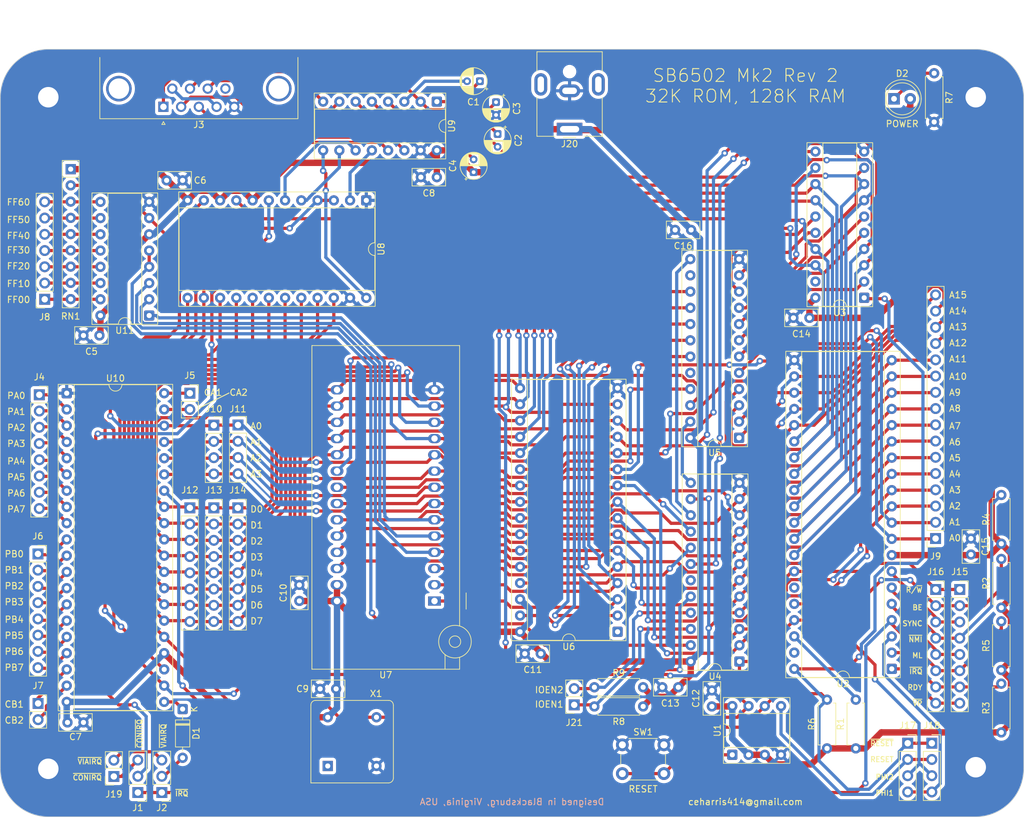
<source format=kicad_pcb>
(kicad_pcb (version 20241229) (generator "pcbnew") (generator_version "9.0")
  (layers (0 "F.Cu" signal) (2 "B.Cu" signal) (5 "F.SilkS" user "F.Silkscreen") (7 "B.SilkS" user "B.Silkscreen") (1 "F.Mask" user) (3 "B.Mask" user) (25 "Edge.Cuts" user))
  (net 0 "")
  (net 1 "Net-(U9-C1-)")
  (net 2 "Net-(U9-C1+)")
  (net 3 "Net-(U9-C2+)")
  (net 4 "Net-(U9-C2-)")
  (net 5 "Net-(U9-VS+)")
  (net 6 "GND")
  (net 7 "VCC")
  (net 8 "Net-(U9-VS-)")
  (net 9 "Net-(D1-K)")
  (net 10 "Net-(D1-A)")
  (net 11 "Net-(U9-T2OUT)")
  (net 12 "Net-(U9-T1OUT)")
  (net 13 "Net-(U9-R2IN)")
  (net 14 "Net-(J3-Pad4)")
  (net 15 "Net-(U9-R1IN)")
  (net 17 "Net-(J4-Pin_2)")
  (net 18 "Net-(J4-Pin_5)")
  (net 19 "Net-(J4-Pin_6)")
  (net 20 "Net-(J4-Pin_8)")
  (net 21 "Net-(J4-Pin_1)")
  (net 22 "Net-(J4-Pin_4)")
  (net 23 "Net-(J4-Pin_3)")
  (net 24 "Net-(J4-Pin_7)")
  (net 25 "Net-(J5-Pin_2)")
  (net 26 "Net-(J5-Pin_1)")
  (net 27 "Net-(J6-Pin_5)")
  (net 28 "Net-(J6-Pin_2)")
  (net 29 "Net-(J6-Pin_3)")
  (net 30 "Net-(J6-Pin_7)")
  (net 31 "Net-(J6-Pin_1)")
  (net 32 "Net-(J6-Pin_6)")
  (net 33 "Net-(J6-Pin_8)")
  (net 34 "Net-(J6-Pin_4)")
  (net 35 "Net-(J7-Pin_2)")
  (net 36 "Net-(J7-Pin_1)")
  (net 37 "Net-(J8-Pin_4)")
  (net 38 "Net-(J8-Pin_3)")
  (net 39 "Net-(J8-Pin_6)")
  (net 40 "Net-(J8-Pin_5)")
  (net 41 "Net-(J8-Pin_2)")
  (net 42 "Net-(J8-Pin_1)")
  (net 43 "Net-(J8-Pin_7)")
  (net 44 "/Bus Interface/A4")
  (net 45 "/Bus Interface/A8")
  (net 46 "/Bus Interface/A3")
  (net 47 "/Bus Interface/A10")
  (net 48 "/Bus Interface/A14")
  (net 49 "/Bus Interface/A0")
  (net 50 "/Bus Interface/A12")
  (net 51 "/Bus Interface/A5")
  (net 52 "/Bus Interface/A1")
  (net 53 "/Bus Interface/A13")
  (net 54 "/Bus Interface/A11")
  (net 55 "/Bus Interface/A9")
  (net 56 "/Bus Interface/A7")
  (net 57 "/Bus Interface/A6")
  (net 58 "/Bus Interface/A15")
  (net 59 "/Bus Interface/A2")
  (net 60 "/Bus Interface/D5")
  (net 61 "/Bus Interface/D0")
  (net 62 "/Bus Interface/D6")
  (net 63 "/Bus Interface/D1")
  (net 64 "/Bus Interface/D3")
  (net 65 "/Bus Interface/D7")
  (net 66 "/Bus Interface/D2")
  (net 67 "/Bus Interface/D4")
  (net 68 "/Bus Interface/R{slash}~{W}")
  (net 69 "SYNC")
  (net 70 "ML")
  (net 71 "BE")
  (net 72 "~{IRQ}")
  (net 73 "~{VP}")
  (net 74 "RDY")
  (net 75 "~{NMI}")
  (net 76 "~{RESET}")
  (net 77 "RESET")
  (net 78 "PHI2")
  (net 79 "PHI1")
  (net 80 "/CPU/~{SO}")
  (net 81 "Net-(U1-~{PBRST})")
  (net 84 "/Decode/M0")
  (net 85 "/Decode/M1")
  (net 86 "/Decode/B3")
  (net 87 "/Decode/B0")
  (net 88 "/Decode/B2")
  (net 89 "/Decode/CFGK")
  (net 90 "/Decode/M2")
  (net 91 "/Decode/B1")
  (net 93 "/Decode/~{WR}")
  (net 94 "/Decode/~{IOE0}")
  (net 95 "/Decode/~{IOE1}")
  (net 96 "/Decode/AF4K")
  (net 97 "/Decode/~{RD}")
  (net 98 "/Decode/~{IOE2}")
  (net 99 "/Decode/~{CFGE}")
  (net 100 "/Decode/MREQ")
  (net 101 "/Decode/~{CONE}")
  (net 103 "/Decode/HA15")
  (net 105 "/Decode/HA12")
  (net 106 "/Decode/~{ROME}")
  (net 107 "/Decode/HA14")
  (net 108 "/Decode/HA13")
  (net 109 "/Decode/~{RAME}")
  (net 110 "/Decode/HA16")
  (net 112 "Net-(J1-Pin_2)")
  (net 113 "Net-(U8-~{CTS})")
  (net 114 "Net-(U8-Tx_Data)")
  (net 115 "Net-(U8-~{RTS})")
  (net 116 "Net-(U8-Rx_Data)")
  (net 118 "~{CONIRQ}")
  (net 119 "~{VIAIRQ}")
  (net 120 "Net-(RN1-R1)")
  (net 121 "Net-(D2-K)")
  (footprint "Package_DIP:DIP-8_W7.62mm_Socket" (layer "F.Cu") (at 139.44 135.31 90)
    (property "Reference" "U1")
    (property "Value" "TC1213")
  )
  (footprint "Connector_PinSocket_2.54mm:PinSocket_1x02_P2.54mm_Vertical" (layer "F.Cu") (at 114.725 127.5 180)
    (property "Reference" "J21")
    (property "Value" "Conn_01x02_Socket" (hide yes))
  )
  (footprint "Connector_Dsub:DSUB-9_Socket_Horizontal_P2.77x2.84mm_EdgePinOffset4.94mm_Housed_MountingHolesOffset4.94mm" (layer "F.Cu") (at 50.5 34 180)
    (property "Reference" "J3")
    (property "Value" "DE9_Receptacle")
  )
  (footprint "MountingHole:MountingHole_3.2mm_M3_Pad" (layer "F.Cu") (at 32.5 137.5)
    (property "Reference" "H3" (hide yes))
    (property "Value" "MountingHole_Pad" (hide yes))
  )
  (footprint "Package_DIP:DIP-24_W7.62mm_Socket" (layer "F.Cu") (at 140.56 120.725 180)
    (property "Reference" "U4")
    (property "Value" "ATF22V10")
  )
  (footprint "Resistor_THT:R_Axial_DIN0207_L6.3mm_D2.5mm_P7.62mm_Horizontal" (layer "F.Cu") (at 158.75 134.31 90)
    (property "Reference" "R1")
    (property "Value" "10K")
  )
  (footprint "Capacitor_THT:CP_Radial_D4.0mm_P2.00mm" (layer "F.Cu") (at 102.5 33.277401 -90)
    (property "Reference" "C3")
    (property "Value" "1µ")
  )
  (footprint "MountingHole:MountingHole_3.2mm_M3_Pad" (layer "F.Cu") (at 177.5 32.5)
    (property "Reference" "H2" (hide yes))
    (property "Value" "MountingHole_Pad" (hide yes))
  )
  (footprint "Connector_PinSocket_2.54mm:PinSocket_1x07_P2.54mm_Vertical" (layer "F.Cu") (at 31.94 64.095 180)
    (property "Reference" "J8")
    (property "Value" "Conn_01x07_Socket" (hide yes))
  )
  (footprint "MountingHole:MountingHole_3.2mm_M3_Pad" (layer "F.Cu") (at 32.5 32.5)
    (property "Reference" "H1" (hide yes))
    (property "Value" "MountingHole_Pad" (hide yes))
  )
  (footprint "Capacitor_THT:C_Disc_D5.0mm_W2.5mm_P2.50mm" (layer "F.Cu") (at 131 124.75 180)
    (property "Reference" "C13")
    (property "Value" "100nF")
  )
  (footprint "Oscillator:Oscillator_DIP-8" (layer "F.Cu") (at 76.19 137.06)
    (property "Reference" "X1")
    (property "Value" "1.8432 MHz")
  )
  (footprint "Resistor_THT:R_Axial_DIN0207_L6.3mm_D2.5mm_P7.62mm_Horizontal" (layer "F.Cu") (at 171 28.75 -90)
    (property "Reference" "R7")
    (property "Value" "1K")
  )
  (footprint "Connector_PinSocket_2.54mm:PinSocket_1x08_P2.54mm_Vertical" (layer "F.Cu") (at 31.096 79.024)
    (property "Reference" "J4")
    (property "Value" "Conn_01x08_Socket" (hide yes))
  )
  (footprint "Capacitor_THT:C_Disc_D5.0mm_W2.5mm_P2.50mm" (layer "F.Cu") (at 93.25 45 180)
    (property "Reference" "C8")
    (property "Value" "100nF")
  )
  (footprint "Connector_PinSocket_2.54mm:PinSocket_1x02_P2.54mm_Vertical" (layer "F.Cu") (at 42.75 138.695 180)
    (property "Reference" "J19")
    (property "Value" "Conn_01x02_Socket" (hide yes))
  )
  (footprint "Capacitor_THT:C_Disc_D5.0mm_W2.5mm_P2.50mm" (layer "F.Cu") (at 136.25 127.75 90)
    (property "Reference" "C12")
    (property "Value" "100nF")
  )
  (footprint "Resistor_THT:R_Array_SIP9" (layer "F.Cu") (at 36 43.745 -90)
    (property "Reference" "RN1")
    (property "Value" "R_Network08_US" (hide yes))
  )
  (footprint "Resistor_THT:R_Axial_DIN0207_L6.3mm_D2.5mm_P7.62mm_Horizontal" (layer "F.Cu") (at 181.5 131.81 90)
    (property "Reference" "R3")
    (property "Value" "3K3")
  )
  (footprint "Socket:DIP_Socket-28_W11.9_W12.7_W15.24_W17.78_W18.5_3M_228-1277-00-0602J" (layer "F.Cu") (at 92.881 111.269 180)
    (property "Reference" "U7")
    (property "Value" "AT28C256")
  )
  (footprint "Capacitor_THT:C_Disc_D5.0mm_W2.5mm_P2.50mm" (layer "F.Cu") (at 35.5 130.25)
    (property "Reference" "C7")
    (property "Value" "100nF" (hide yes))
  )
  (footprint "Package_DIP:DIP-40_W15.24mm_Socket" (layer "F.Cu") (at 35.381 78.779)
    (property "Reference" "U10")
    (property "Value" "W65C22NxP")
  )
  (footprint "Resistor_THT:R_Axial_DIN0207_L6.3mm_D2.5mm_P7.62mm_Horizontal" (layer "F.Cu") (at 154.25 134.31 90)
    (property "Reference" "R6")
    (property "Value" "10K")
  )
  (footprint "Resistor_THT:R_Axial_DIN0207_L6.3mm_D2.5mm_P7.62mm_Horizontal" (layer "F.Cu") (at 125.5 124.75 180)
    (property "Reference" "R9")
    (property "Value" "3K" (hide yes))
  )
  (footprint "Connector_PinSocket_2.54mm:PinSocket_1x08_P2.54mm_Vertical" (layer "F.Cu") (at 62.131 96.699)
    (property "Reference" "J14")
    (property "Value" "Conn_01x08_Socket" (hide yes))
  )
  (footprint "Connector_PinSocket_2.54mm:PinSocket_1x08_P2.54mm_Vertical" (layer "F.Cu") (at 54.631 96.699)
    (property "Reference" "J12")
    (property "Value" "Conn_01x08_Socket" (hide yes))
  )
  (footprint "Connector_PinSocket_2.54mm:PinSocket_1x16_P2.54mm_Vertical" (layer "F.Cu") (at 171.225 101.5 180)
    (property "Reference" "J9")
    (property "Value" "Conn_01x16_Socket" (hide yes))
  )
  (footprint "Resistor_THT:R_Axial_DIN0207_L6.3mm_D2.5mm_P7.62mm_Horizontal" (layer "F.Cu") (at 181.5 112.31 90)
    (property "Reference" "R2")
    (property "Value" "3K3")
  )
  (footprint "Button_Switch_THT:SW_PUSH_6mm" (layer "F.Cu") (at 122.25 133.75)
    (property "Reference" "SW1")
    (property "Value" "SW_Push" (hide yes))
  )
  (footprint "Connector_PinSocket_2.54mm:PinSocket_1x08_P2.54mm_Vertical" (layer "F.Cu") (at 175 109.46)
    (property "Reference" "J15")
    (property "Value" "Conn_01x08_Socket" (hide yes))
  )
  (footprint "Connector_PinSocket_2.54mm:PinSocket_1x04_P2.54mm_Vertical" (layer "F.Cu") (at 166.8625 133.5)
    (property "Reference" "J17")
    (property "Value" "Conn_01x04_Socket" (hide yes))
  )
  (footprint "Connector_PinSocket_2.54mm:PinSocket_1x02_P2.54mm_Vertical" (layer "F.Cu") (at 30.906 127.279)
    (property "Reference" "J7")
    (property "Value" "Conn_01x02_Socket" (hide yes))
  )
  (footprint "Connector_BarrelJack:BarrelJack_CUI_PJ-063AH_Horizontal" (layer "F.Cu") (at 114 37.5 180)
    (property "Reference" "J20")
    (property "Value" "Barrel_Jack")
  )
  (footprint "Capacitor_THT:C_Disc_D5.0mm_W2.5mm_P2.50mm" (layer "F.Cu") (at 151.5 67 180)
    (property "Reference" "C14")
    (property "Value" "100nF")
  )
  (footprint "Capacitor_THT:C_Disc_D5.0mm_W2.5mm_P2.50mm" (layer "F.Cu") (at 133 53.25 180)
    (property "Reference" "C16")
    (property "Value" "100nF")
  )
  (footprint "Capacitor_THT:C_Disc_D5.0mm_W2.5mm_P2.50mm" (layer "F.Cu") (at 176.75 104 90)
    (property "Reference" "C15")
    (property "Value" "100nF" (hide yes))
  )
  (footprint "Capacitor_THT:C_Disc_D5.0mm_W2.5mm_P2.50mm" (layer "F.Cu") (at 71.75 111.25 90)
    (property "Reference" "C10")
    (property "Value" "100nF")
  )
  (footprint "Connector_PinSocket_2.54mm:PinSocket_1x04_P2.54mm_Vertical" (layer "F.Cu") (at 170.6375 133.5)
    (property "Reference" "J18")
    (property "Value" "Conn_01x04_Socket" (hide yes))
  )
  (footprint "LED_THT:LED_D5.0mm" (layer "F.Cu") (at 164.725 32.75)
    (property "Reference" "D2")
    (property "Value" "LED" (hide yes))
  )
  (footprint "Capacitor_THT:C_Disc_D5.0mm_W2.5mm_P2.50mm" (layer "F.Cu") (at 51 45.5)
    (property "Reference" "C6")
    (property "Value" "100nF")
  )
  (footprint "Connector_PinHeader_2.54mm:PinHeader_1x03_P2.54mm_Vertical" (layer "F.Cu") (at 46.5 141.21 180)
    (property "Reference" "J1")
    (property "Value" "Conn_01x03_Pin" (hide yes))
  )
  (footprint "Connector_PinSocket_2.54mm:PinSocket_1x08_P2.54mm_Vertical" (layer "F.Cu") (at 58.381 96.699)
    (property "Reference" "J13")
    (property "Value" "Conn_01x08_Socket" (hide yes))
  )
  (footprint "Connector_PinSocket_2.54mm:PinSocket_1x02_P2.54mm_Vertical" (layer "F.Cu") (at 54.631 78.779)
    (property "Reference" "J5")
    (property "Value" "Conn_01x02_Socket" (hide yes))
  )
  (footprint "Connector_PinSocket_2.54mm:PinSocket_1x04_P2.54mm_Vertical" (layer "F.Cu") (at 62.156 83.75)
    (property "Reference" "J11")
    (property "Value" "Conn_01x04_Socket" (hide yes))
  )
  (footprint "Capacitor_THT:C_Disc_D5.0mm_W2.5mm_P2.50mm" (layer "F.Cu") (at 109.5 119.5 180)
    (property "Reference" "C11")
    (property "Value" "100nF")
  )
  (footprint "Capacitor_THT:C_Disc_D5.0mm_W2.5mm_P2.50mm" (layer "F.Cu") (at 77.5 125 180)
    (property "Reference" "C9")
    (property "Value" "100nF" (hide yes))
  )
  (footprint "Package_DIP:DIP-24_W15.24mm_Socket" (layer "F.Cu") (at 82.22 48.63 -90)
    (property "Reference" "U8")
    (property "Value" "MC68B50")
  )
  (footprint "MountingHole:MountingHole_3.2mm_M3_Pad" (layer "F.Cu") (at 177.5 137.25)
    (property "Reference" "H4" (hide yes))
    (property "Value" "MountingHole_Pad" (hide yes))
  )
  (footprint "Resistor_THT:R_Axial_DIN0207_L6.3mm_D2.5mm_P7.62mm_Horizontal" (layer "F.Cu") (at 181.5 102.31 90)
    (property "Reference" "R4")
    (property "Value" "3K3")
  )
  (footprint "Capacitor_THT:CP_Radial_D4.0mm_P2.00mm" (layer "F.Cu") (at 102.75 38.25 -90)
    (property "Reference" "C2")
    (property "Value" "1µ")
  )
  (footprint "Connector_PinSocket_2.54mm:PinSocket_1x08_P2.54mm_Vertical" (layer "F.Cu") (at 30.881 103.904)
    (property "Reference" "J6")
    (property "Value" "Conn_01x08_Socket" (hide yes))
  )
  (footprint "Package_DIP:DIP-24_W7.62mm_Socket" (layer "F.Cu") (at 140.5 85.75 180)
    (property "Reference" "U5")
    (property "Value" "ATF22V10")
  )
  (footprint "Connector_PinSocket_2.54mm:PinSocket_1x08_P2.54mm_Vertical" (layer "F.Cu") (at 171.25 109.46)
    (property "Reference" "J16")
    (property "Value" "Conn_01x08_Socket" (hide yes))
  )
  (footprint "Resistor_THT:R_Axial_DIN0207_L6.3mm_D2.5mm_P7.62mm_Horizontal" (layer "F.Cu") (at 181.5 122.06 90)
    (property "Reference" "R5")
    (property "Value" "3K3")
  )
  (footprint "Package_DIP:DIP-40_W15.24mm_Socket" (layer "F.Cu") (at 164.37 121.875 180)
    (property "Reference" "U2")
    (property "Value" "W65C02SxP")
  )
  (footprint "Connector_PinSocket_2.54mm:PinSocket_1x04_P2.54mm_Vertical" (layer "F.Cu") (at 58.381 83.779)
    (property "Reference" "J10")
    (property "Value" "Conn_01x04_Socket" (hide yes))
  )
  (footprint "Package_DIP:DIP-20_W7.62mm_Socket" (layer "F.Cu") (at 160.06 63.859 180)
    (property "Reference" "U3")
    (property "Value" "74HC273")
  )
  (footprint "Capacitor_THT:CP_Radial_D4.0mm_P2.00mm" (layer "F.Cu") (at 99 44.2226 90)
    (property "Reference" "C4")
    (property "Value" "1µ")
  )
  (footprint "Package_DIP:DIP-16_W7.62mm_Socket" (layer "F.Cu") (at 48.275 66.635 180)
    (property "Reference" "U11")
    (property "Value" "74HC138")
  )
  (footprint "Diode_THT:D_DO-35_SOD27_P7.62mm_Horizontal" (layer "F.Cu") (at 53.5 128.159 -90)
    (property "Reference" "D1")
    (property "Value" "1N914" (hide yes))
  )
  (footprint "Connector_PinHeader_2.54mm:PinHeader_1x03_P2.54mm_Vertical" (layer "F.Cu") (at 50.25 141.21 180)
    (property "Reference" "J2")
    (property "Value" "Conn_01x03_Pin" (hide yes))
  )
  (footprint "Package_DIP:DIP-32_W15.24mm_Socket" (layer "F.Cu") (at 121.501 116.079 180)
    (property "Reference" "U6")
    (property "Value" "HM628128")
  )
  (footprint "Capacitor_THT:C_Disc_D5.0mm_W2.5mm_P2.50mm" (layer "F.Cu") (at 40.5 69.75 180)
    (property "Reference" "C5")
    (property "Value" "100nF")
  )
  (footprint "Package_DIP:DIP-16_W7.62mm_Socket" (layer "F.Cu") (at 93.25 33.19 -90)
    (property "Reference" "U9")
    (property "Value" "MAX232")
  )
  (footprint "Capacitor_THT:CP_Radial_D4.0mm_P2.00mm" (layer "F.Cu") (at 99.9726 30 180)
    (property "Reference" "C1")
    (property "Value" "1µ")
  )
  (footprint "Resistor_THT:R_Axial_DIN0207_L6.3mm_D2.5mm_P7.62mm_Horizontal" (layer "F.Cu") (at 125.5 127.75 180)
    (property "Reference" "R8")
    (property "Value" "3K" (hide yes))
  )
  (gr_line (start 60.75 78.75) (end 56.25 81) (stroke (width 0.15)) (layer "F.SilkS"))
  (gr_arc (start 177.5 25) (mid 182.803301 27.196699) (end 185 32.5) (stroke (width 0.1)) (layer "Edge.Cuts"))
  (gr_line (start 177.5 145) (end 32.5 145) (stroke (width 0.1)) (layer "Edge.Cuts"))
  (gr_arc (start 32.5 145) (mid 27.196699 142.803301) (end 25 137.5) (stroke (width 0.1)) (layer "Edge.Cuts"))
  (gr_line (start 185 32.5) (end 185 137.5) (stroke (width 0.1)) (layer "Edge.Cuts"))
  (gr_arc (start 185 137.5) (mid 182.803301 142.803301) (end 177.5 145) (stroke (width 0.1)) (layer "Edge.Cuts"))
  (gr_line (start 32.5 25) (end 177.5 25) (stroke (width 0.1)) (layer "Edge.Cuts"))
  (gr_line (start 25 137.5) (end 25 32.5) (stroke (width 0.1)) (layer "Edge.Cuts"))
  (gr_arc (start 25 32.5) (mid 27.196699 27.196699) (end 32.5 25) (stroke (width 0.1)) (layer "Edge.Cuts"))
  (gr_text "A0" (at 64 84.5 0) (layer "F.SilkS") (effects (font (size 1 1)) (justify left bottom)))
  (gr_text "FF30" (at 29.75 57 0) (layer "F.SilkS") (effects (font (size 1 1)) (justify right bottom)))
  (gr_text "CB2" (at 28.75 130.5 0) (layer "F.SilkS") (effects (font (size 1 1)) (justify right bottom)))
  (gr_text "PA7" (at 29 97.5 0) (layer "F.SilkS") (effects (font (size 1 1)) (justify right bottom)))
  (gr_text "A2" (at 64 89.5 0) (layer "F.SilkS") (effects (font (size 1 1)) (justify left bottom)))
  (gr_text "CB1" (at 28.75 128 0) (layer "F.SilkS") (effects (font (size 1 1)) (justify right bottom)))
  (gr_text "D1" (at 64 100 0) (layer "F.SilkS") (effects (font (size 1 1)) (justify left bottom)))
  (gr_text "A10" (at 173.25 76.75 0) (layer "F.SilkS") (effects (font (size 1 1)) (justify left bottom)))
  (gr_text "D5" (at 64 110 0) (layer "F.SilkS") (effects (font (size 1 1)) (justify left bottom)))
  (gr_text "A1" (at 64 87 0) (layer "F.SilkS") (effects (font (size 1 1)) (justify left bottom)))
  (gr_text "FF10" (at 29.75 62.25 0) (layer "F.SilkS") (effects (font (size 1 1)) (justify right bottom)))
  (gr_text "RDY" (at 169.25 125.25 0) (layer "F.SilkS") (effects (font (size 0.8 0.8)) (justify right bottom)))
  (gr_text "BE" (at 169.25 112.75 0) (layer "F.SilkS") (effects (font (size 0.8 0.8)) (justify right bottom)))
  (gr_text "PB1" (at 28.75 107 0) (layer "F.SilkS") (effects (font (size 1 1)) (justify right bottom)))
  (gr_text "A3" (at 173.25 94.5 0) (layer "F.SilkS") (effects (font (size 1 1)) (justify left bottom)))
  (gr_text "FF60" (at 29.75 49.5 0) (layer "F.SilkS") (effects (font (size 1 1)) (justify right bottom)))
  (gr_text "~{IRQ}" (at 169.25 122.75 0) (layer "F.SilkS") (effects (font (size 0.8 0.8)) (justify right bottom)))
  (gr_text "ceharris414@gmail.com" (at 141.5 143.25 0) (layer "F.SilkS") (effects (font (size 1 1)) (justify bottom)))
  (gr_text "~{VIAIRQ}" (at 37 136.851 0) (layer "F.SilkS") (effects (font (size 0.8 0.8)) (justify left bottom)))
  (gr_text "~{VP}" (at 169.25 127.75 0) (layer "F.SilkS") (effects (font (size 0.8 0.8)) (justify right bottom)))
  (gr_text "PA6" (at 29 95 0) (layer "F.SilkS") (effects (font (size 1 1)) (justify right bottom)))
  (gr_text "PB3" (at 28.75 112 0) (layer "F.SilkS") (effects (font (size 1 1)) (justify right bottom)))
  (gr_text "A3" (at 64 92 0) (layer "F.SilkS") (effects (font (size 1 1)) (justify left bottom)))
  (gr_text "~{IRQ}" (at 52.25 141.851 0) (layer "F.SilkS") (effects (font (size 0.8 0.8)) (justify left bottom)))
  (gr_text "A1" (at 173.25 99.5 0) (layer "F.SilkS") (effects (font (size 1 1)) (justify left bottom)))
  (gr_text "SB6502 Mk2 Rev 2\n32K ROM, 128K RAM" (at 141.5 33.5 0) (layer "F.SilkS") (effects (font (size 2 2)) (justify bottom)))
  (gr_text "A4" (at 173.25 92 0) (layer "F.SilkS") (effects (font (size 1 1)) (justify left bottom)))
  (gr_text "A5" (at 173.25 89.5 0) (layer "F.SilkS") (effects (font (size 1 1)) (justify left bottom)))
  (gr_text "A0" (at 173.25 102 0) (layer "F.SilkS") (effects (font (size 1 1)) (justify left bottom)))
  (gr_text "IOEN1" (at 108.5 128 0) (layer "F.SilkS") (effects (font (size 1 1)) (justify left bottom)))
  (gr_text "ML" (at 169.25 120.25 0) (layer "F.SilkS") (effects (font (size 0.8 0.8)) (justify right bottom)))
  (gr_text "IOEN2" (at 108.5 125.75 0) (layer "F.SilkS") (effects (font (size 1 1)) (justify left bottom)))
  (gr_text "RESET" (at 125.5 141.25 0) (layer "F.SilkS") (effects (font (size 1 1)) (justify bottom)))
  (gr_text "PB5" (at 28.75 117.25 0) (layer "F.SilkS") (effects (font (size 1 1)) (justify right bottom)))
  (gr_text "CA1" (at 56.75 79.25 0) (layer "F.SilkS") (effects (font (size 1 1)) (justify left bottom)))
  (gr_text "POWER" (at 166 37.25 0) (layer "F.SilkS") (effects (font (size 1 1)) (justify bottom)))
  (gr_text "SYNC" (at 169.25 115.25 0) (layer "F.SilkS") (effects (font (size 0.8 0.8)) (justify right bottom)))
  (gr_text "PA3" (at 29 87.25 0) (layer "F.SilkS") (effects (font (size 1 1)) (justify right bottom)))
  (gr_text "D7" (at 64 115 0) (layer "F.SilkS") (effects (font (size 1 1)) (justify left bottom)))
  (gr_text "A7" (at 173.25 84.5 0) (layer "F.SilkS") (effects (font (size 1 1)) (justify left bottom)))
  (gr_text "PB0" (at 28.75 104.5 0) (layer "F.SilkS") (effects (font (size 1 1)) (justify right bottom)))
  (gr_text "RESET" (at 164.75 136.5 0) (layer "F.SilkS") (effects (font (size 0.8 0.8)) (justify right bottom)))
  (gr_text "A13" (at 173.25 69 0) (layer "F.SilkS") (effects (font (size 1 1)) (justify left bottom)))
  (gr_text "R/~{W}" (at 169.25 110 0) (layer "F.SilkS") (effects (font (size 0.8 0.8)) (justify right bottom)))
  (gr_text "~{RESET}" (at 164.75 134 0) (layer "F.SilkS") (effects (font (size 0.8 0.8)) (justify right bottom)))
  (gr_text "~{CONIRQ}" (at 47.25 134.351 90) (layer "F.SilkS") (effects (font (size 0.8 0.8)) (justify left bottom)))
  (gr_text "PA2" (at 29 84.75 0) (layer "F.SilkS") (effects (font (size 1 1)) (justify right bottom)))
  (gr_text "A14" (at 173.25 66.5 0) (layer "F.SilkS") (effects (font (size 1 1)) (justify left bottom)))
  (gr_text "A12" (at 173.25 71.5 0) (layer "F.SilkS") (effects (font (size 1 1)) (justify left bottom)))
  (gr_text "D0" (at 64 97.5 0) (layer "F.SilkS") (effects (font (size 1 1)) (justify left bottom)))
  (gr_text "PA1" (at 29 82.25 0) (layer "F.SilkS") (effects (font (size 1 1)) (justify right bottom)))
  (gr_text "PA4" (at 29 90 0) (layer "F.SilkS") (effects (font (size 1 1)) (justify right bottom)))
  (gr_text "PHI2" (at 164.75 139.25 0) (layer "F.SilkS") (effects (font (size 0.8 0.8)) (justify right bottom)))
  (gr_text "D2" (at 64 102.5 0) (layer "F.SilkS") (effects (font (size 1 1)) (justify left bottom)))
  (gr_text "~{VIAIRQ}" (at 51 134.351 90) (layer "F.SilkS") (effects (font (size 0.8 0.8)) (justify left bottom)))
  (gr_text "FF00" (at 29.75 64.75 0) (layer "F.SilkS") (effects (font (size 1 1)) (justify right bottom)))
  (gr_text "FF50" (at 29.75 52.25 0) (layer "F.SilkS") (effects (font (size 1 1)) (justify right bottom)))
  (gr_text "CA2" (at 60.75 79.25 0) (layer "F.SilkS") (effects (font (size 1 1)) (justify left bottom)))
  (gr_text "A9" (at 173.25 79.25 0) (layer "F.SilkS") (effects (font (size 1 1)) (justify left bottom)))
  (gr_text "A2" (at 173.25 97 0) (layer "F.SilkS") (effects (font (size 1 1)) (justify left bottom)))
  (gr_text "~{NMI}" (at 169.25 117.75 0) (layer "F.SilkS") (effects (font (size 0.8 0.8)) (justify right bottom)))
  (gr_text "PB2" (at 28.75 109.5 0) (layer "F.SilkS") (effects (font (size 1 1)) (justify right bottom)))
  (gr_text "FF40" (at 29.75 54.75 0) (layer "F.SilkS") (effects (font (size 1 1)) (justify right bottom)))
  (gr_text "~{CONIRQ}" (at 36.25 139.351 0) (layer "F.SilkS") (effects (font (size 0.8 0.8)) (justify left bottom)))
  (gr_text "PA0" (at 29 79.75 0) (layer "F.SilkS") (effects (font (size 1 1)) (justify right bottom)))
  (gr_text "A15" (at 173.25 64 0) (layer "F.SilkS") (effects (font (size 1 1)) (justify left bottom)))
  (gr_text "FF20" (at 29.75 59.5 0) (layer "F.SilkS") (effects (font (size 1 1)) (justify right bottom)))
  (gr_text "PB4" (at 28.75 114.75 0) (layer "F.SilkS") (effects (font (size 1 1)) (justify right bottom)))
  (gr_text "D4" (at 64 107.5 0) (layer "F.SilkS") (effects (font (size 1 1)) (justify left bottom)))
  (gr_text "PHI1" (at 164.75 141.75 0) (layer "F.SilkS") (effects (font (size 0.8 0.8)) (justify right bottom)))
  (gr_text "PA5" (at 29 92.5 0) (layer "F.SilkS") (effects (font (size 1 1)) (justify right bottom)))
  (gr_text "PB6" (at 28.75 119.75 0) (layer "F.SilkS") (effects (font (size 1 1)) (justify right bottom)))
  (gr_text "PB7" (at 28.75 122.25 0) (layer "F.SilkS") (effects (font (size 1 1)) (justify right bottom)))
  (gr_text "D3" (at 64 105 0) (layer "F.SilkS") (effects (font (size 1 1)) (justify left bottom)))
  (gr_text "A11" (at 173.25 74 0) (layer "F.SilkS") (effects (font (size 1 1)) (justify left bottom)))
  (gr_text "D6" (at 64 112.5 0) (layer "F.SilkS") (effects (font (size 1 1)) (justify left bottom)))
  (gr_text "A8" (at 173.25 81.75 0) (layer "F.SilkS") (effects (font (size 1 1)) (justify left bottom)))
  (gr_text "A6" (at 173.25 87 0) (layer "F.SilkS") (effects (font (size 1 1)) (justify left bottom)))
  (gr_text "Designed in Blacksburg, Virginia, USA" (at 105 143.25 0) (layer "B.SilkS") (effects (font (size 1 1)) (justify bottom mirror)))
  (segment (start 91.36 30) (end 97.9726 30) (width 0.5) (layer "B.Cu") (net 1))
  (segment (start 88.17 33.19) (end 91.36 30) (width 0.5) (layer "B.Cu") (net 1))
  (segment (start 96.7826 33.19) (end 99.9726 30) (width 0.5) (layer "F.Cu") (net 2))
  (segment (start 93.25 33.19) (end 96.7826 33.19) (width 0.5) (layer "F.Cu") (net 2))
  (segment (start 102.75 38.25) (end 99.642 35.142) (width 0.5) (layer "F.Cu") (net 3))
  (segment (start 91.670636 35.142) (end 91.278636 34.75) (width 0.5) (layer "F.Cu") (net 3))
  (segment (start 87.19 34.75) (end 85.63 33.19) (width 0.5) (layer "F.Cu") (net 3))
  (segment (start 99.642 35.142) (end 91.670636 35.142) (width 0.5) (layer "F.Cu") (net 3))
  (segment (start 91.278636 34.75) (end 87.19 34.75) (width 0.5) (layer "F.Cu") (net 3))
  (segment (start 102.75 40.25) (end 98.343 35.843) (width 0.5) (layer "F.Cu") (net 4))
  (segment (start 91.037272 35.5) (end 85.4 35.5) (width 0.5) (layer "F.Cu") (net 4))
  (segment (start 98.343 35.843) (end 91.380272 35.843) (width 0.5) (layer "F.Cu") (net 4))
  (segment (start 91.380272 35.843) (end 91.037272 35.5) (width 0.5) (layer "F.Cu") (net 4))
  (segment (start 85.4 35.5) (end 83.09 33.19) (width 0.5) (layer "F.Cu") (net 4))
  (segment (start 50.5 30.775818) (end 50.5 34) (width 0.5) (layer "F.Cu") (net 5))
  (segment (start 102.5 33.277401) (end 101.336401 34.441) (width 0.5) (layer "F.Cu") (net 5))
  (segment (start 84.52 27) (end 54.275818 27) (width 0.5) (layer "F.Cu") (net 5))
  (segment (start 101.336401 34.441) (end 91.961 34.441) (width 0.5) (layer "F.Cu") (net 5))
  (segment (start 54.275818 27) (end 50.5 30.775818) (width 0.5) (layer "F.Cu") (net 5))
  (segment (start 90.71 33.19) (end 84.52 27) (width 0.5) (layer "F.Cu") (net 5))
  (segment (start 91.961 34.441) (end 90.71 33.19) (width 0.5) (layer "F.Cu") (net 5))
  (segment (start 131 124.75) (end 132.94 122.81) (width 1) (layer "F.Cu") (net 7))
  (segment (start 151.5 67) (end 151.5 64.799) (width 1) (layer "F.Cu") (net 7))
  (segment (start 179.715 104.095) (end 181.5 102.31) (width 1) (layer "F.Cu") (net 7))
  (segment (start 57.859 47.129) (end 55.781 47.129) (width 1) (layer "F.Cu") (net 7))
  (segment (start 162.739 131.81) (end 160.239 134.31) (width 1) (layer "F.Cu") (net 7))
  (segment (start 55.781 47.129) (end 54.28 48.63) (width 1) (layer "F.Cu") (net 7))
  (segment (start 40.655 66.635) (end 40.655 69.595) (width 1) (layer "F.Cu") (net 7))
  (segment (start 146.021 136.811) (end 151.749 136.811) (width 1) (layer "F.Cu") (net 7))
  (segment (start 114.366091 37.633909) (end 163.653883 37.633909) (width 1) (layer "F.Cu") (net 7))
  (segment (start 40.655 69.595) (end 40.5 69.75) (width 1) (layer "F.Cu") (net 7))
  (segment (start 126.999 126.251) (end 125.5 127.75) (width 1) (layer "F.Cu") (net 7))
  (segment (start 132.94 120.725) (end 133 120.785) (width 1) (layer "F.Cu") (net 7))
  (segment (start 164.37 104.095) (end 179.715 104.095) (width 1) (layer "F.Cu") (net 7))
  (segment (start 114 38) (end 114.366091 37.633909) (width 1) (layer "F.Cu") (net 7))
  (segment (start 169.202471 59.746) (end 164 54.543529) (width 1) (layer "F.Cu") (net 7))
  (segment (start 129.499 126.251) (end 127.001 126.251) (width 1) (layer "F.Cu") (net 7))
  (segment (start 110.907 120.725) (end 132.94 120.725) (width 1) (layer "F.Cu") (net 7))
  (segment (start 93.25 40.81) (end 91.298508 42.761492) (width 1) (layer "F.Cu") (net 7))
  (segment (start 181.5 102.31) (end 183.001 103.811) (width 1) (layer "F.Cu") (net 7))
  (segment (start 172.738538 59.746) (end 179.999 67.006462) (width 1) (layer "F.Cu") (net 7))
  (segment (start 183.001 110.809) (end 181.5 112.31) (width 1) (layer "F.Cu") (net 7))
  (segment (start 179.999 67.006462) (end 179.999 100.809) (width 1) (layer "F.Cu") (net 7))
  (segment (start 106.261 116.079) (end 110.907 120.725) (width 1) (layer "F.Cu") (net 7))
  (segment (start 183.001 103.811) (end 183.001 110.809) (width 1) (layer "F.Cu") (net 7))
  (segment (start 60.642 129.44) (end 76.19 129.44) (width 1) (layer "F.Cu") (net 7))
  (segment (start 42.25 59.96) (end 42.25 65.04) (width 1) (layer "F.Cu") (net 7))
  (segment (start 127.001 126.251) (end 126.999 126.251) (width 1) (layer "F.Cu") (net 7))
  (segment (start 82.451 116.079) (end 106.261 116.079) (width 1) (layer "F.Cu") (net 7))
  (segment (start 71.769 111.269) (end 71.75 111.25) (width 1) (layer "F.Cu") (net 7))
  (segment (start 169.202471 59.746) (end 172.738538 59.746) (width 1) (layer "F.Cu") (net 7))
  (segment (start 181.5 112.31) (end 183.001 113.811) (width 1) (layer "F.Cu") (net 7))
  (segment (start 91.298508 42.761492) (end 70.308508 42.761492) (width 1) (layer "F.Cu") (net 7))
  (segment (start 59.36 48.63) (end 57.859 47.129) (width 1) (layer "F.Cu") (net 7))
  (segment (start 151.5 64.799) (end 152.44 63.859) (width 1) (layer "F.Cu") (net 7))
  (segment (start 70.308508 42.761492) (end 64.44 48.63) (width 1) (layer "F.Cu") (net 7))
  (segment (start 93.25 45) (end 93.25 40.81) (width 1) (layer "F.Cu") (net 7))
  (segment (start 54.28 48.63) (end 49.395 43.745) (width 1) (layer "F.Cu") (net 7))
  (segment (start 100.617292 44.2226) (end 107.339892 37.5) (width 1) (layer "F.Cu") (net 7))
  (segment (start 154.25 134.31) (end 158.75 134.31) (width 1) (layer "F.Cu") (net 7))
  (segment (start 62.939 47.129) (end 60.861 47.129) (width 1) (layer "F.Cu") (net 7))
  (segment (start 144.52 135.31) (end 146.021 136.811) (width 1) (layer "F.Cu") (net 7))
  (segment (start 95.5874 40.81) (end 99 44.2226) (width 1) (layer "F.Cu") (net 7))
  (segment (start 60.861 47.129) (end 59.36 48.63) (width 1) (layer "F.Cu") (net 7))
  (segment (start 181.5 131.81) (end 162.739 131.81) (width 1) (layer "F.Cu") (net 7))
  (segment (start 164 37.980026) (end 163.653883 37.633909) (width 1) (layer "F.Cu") (net 7))
  (segment (start 161.948471 67) (end 169.202471 59.746) (width 1) (layer "F.Cu") (net 7))
  (segment (start 179.999 100.809) (end 181.5 102.31) (width 1) (layer "F.Cu") (net 7))
  (segment (start 183.001 130.309) (end 181.5 131.81) (width 1) (layer "F.Cu") (net 7))
  (segment (start 99 44.2226) (end 100.617292 44.2226) (width 1) (layer "F.Cu") (net 7))
  (segment (start 49.395 43.745) (end 36 43.745) (width 1) (layer "F.Cu") (net 7))
  (segment (start 136.5 127.75) (end 139.38 127.75) (width 1) (layer "F.Cu") (net 7))
  (segment (start 50.621 119.419) (end 60.642 129.44) (width 1) (layer "F.Cu") (net 7))
  (segment (start 160.239 134.31) (end 158.75 134.31) (width 1) (layer "F.Cu") (net 7))
  (segment (start 64.44 48.63) (end 62.939 47.129) (width 1) (layer "F.Cu") (net 7))
  (segment (start 48.275 53.935) (end 42.25 59.96) (width 1) (layer "F.Cu") (net 7))
  (segment (start 181.5 122.06) (end 183.001 123.561) (width 1) (layer "F.Cu") (net 7))
  (segment (start 183.001 120.559) (end 181.5 122.06) (width 1) (layer "F.Cu") (net 7))
  (segment (start 183.001 123.561) (end 183.001 130.309) (width 1) (layer "F.Cu") (net 7))
  (segment (start 141.98 135.31) (end 144.52 135.31) (width 1) (layer "F.Cu") (net 7))
  (segment (start 42.25 65.04) (end 40.655 66.635) (width 1) (layer "F.Cu") (net 7))
  (segment (start 139.38 127.75) (end 139.44 127.69) (width 1) (layer "F.Cu") (net 7))
  (segment (start 183.001 113.811) (end 183.001 120.559) (width 1) (layer "F.Cu") (net 7))
  (segment (start 151.5 67) (end 161.948471 67) (width 1) (layer "F.Cu") (net 7))
  (segment (start 131 124.75) (end 129.499 126.251) (width 1) (layer "F.Cu") (net 7))
  (segment (start 77.641 111.269) (end 82.451 116.079) (width 1) (layer "F.Cu") (net 7))
  (segment (start 107.339892 37.5) (end 114 37.5) (width 1) (layer "F.Cu") (net 7))
  (segment (start 151.749 136.811) (end 154.25 134.31) (width 1) (layer "F.Cu") (net 7))
  (segment (start 167.265 34.022792) (end 167.265 32.75) (width 1) (layer "F.Cu") (net 7))
  (segment (start 132.94 122.81) (end 132.94 120.725) (width 1) (layer "F.Cu") (net 7))
  (segment (start 77.641 108.729) (end 77.641 111.269) (width 1) (layer "F.Cu") (net 7))
  (segment (start 164 54.543529) (end 164 37.980026) (width 1) (layer "F.Cu") (net 7))
  (segment (start 127.001 126.251) (end 125.5 124.75) (width 1) (layer "F.Cu") (net 7))
  (segment (start 93.25 40.81) (end 95.5874 40.81) (width 1) (layer "F.Cu") (net 7))
  (segment (start 163.653883 37.633909) (end 167.265 34.022792) (width 1) (layer "F.Cu") (net 7))
  (segment (start 77.641 111.269) (end 71.769 111.269) (width 1) (layer "F.Cu") (net 7))
  (segment (start 117.25 37.5) (end 114 37.5) (width 1) (layer "B.Cu") (net 7))
  (segment (start 106.261 110.999) (end 107.762 112.5) (width 1) (layer "B.Cu") (net 7))
  (segment (start 134.381 54.631) (end 134.381 84.249) (width 1) (layer "B.Cu") (net 7))
  (segment (start 134.381 84.249) (end 132.88 85.75) (width 1) (layer "B.Cu") (net 7))
  (segment (start 43.001 127.039) (end 35.381 127.039) (width 1) (layer "B.Cu") (net 7))
  (segment (start 134.441 119.224) (end 132.94 120.725) (width 1) (layer "B.Cu") (net 7))
  (segment (start 48.975 53.935) (end 54.28 48.63) (width 1) (layer "B.Cu") (net 7))
  (segment (start 48.275 53.935) (end 48.975 53.935) (width 1) (layer "B.Cu") (net 7))
  (segment (start 107.762 114.578) (end 106.261 116.079) (width 1) (layer "B.Cu") (net 7))
  (segment (start 134.441 87.311) (end 134.441 119.224) (width 1) (layer "B.Cu") (net 7))
  (segment (start 77.641 111.269) (end 77.641 127.989) (width 1) (layer "B.Cu") (net 7))
  (segment (start 35.381 130.131) (end 35.5 130.25) (width 1) (layer "B.Cu") (net 7))
  (segment (start 35.381 127.039) (end 35.381 130.131) (width 1) (layer "B.Cu") (net 7))
  (segment (start 133 53.25) (end 134.381 54.631) (width 1) (layer "B.Cu") (net 7))
  (segment (start 132.88 85.75) (end 134.441 87.311) (width 1) (layer "B.Cu") (net 7))
  (segment (start 139.44 127.69) (end 139.44 132.77) (width 1) (layer "B.Cu") (net 7))
  (segment (start 50.621 119.419) (end 43.001 127.039) (width 1) (layer "B.Cu") (net 7))
  (segment (start 107.762 112.5) (end 107.762 114.578) (width 1) (layer "B.Cu") (net 7))
  (segment (start 77.641 127.989) (end 76.19 129.44) (width 1) (layer "B.Cu") (net 7))
  (segment (start 139.44 132.77) (end 141.98 135.31) (width 1) (layer "B.Cu") (net 7))
  (segment (start 132.88 85.75) (end 134.381 87.251) (width 1) (layer "B.Cu") (net 7))
  (segment (start 133 53.25) (end 117.25 37.5) (width 1) (layer "B.Cu") (net 7))
  (segment (start 90.746908 36.201) (end 85.109636 36.201) (width 0.5) (layer "F.Cu") (net 8))
  (segment (start 85.109636 36.201) (end 84.908636 36) (width 0.5) (layer "F.Cu") (net 8))
  (segment (start 91.089908 36.544) (end 90.746908 36.201) (width 0.5) (layer "F.Cu") (net 8))
  (segment (start 84.908636 36) (end 83.36 36) (width 0.5) (layer "F.Cu") (net 8))
  (segment (start 83.36 36) (end 80.55 33.19) (width 0.5) (layer "F.Cu") (net 8))
  (segment (start 93.3214 36.544) (end 91.089908 36.544) (width 0.5) (layer "F.Cu") (net 8))
  (segment (start 99 42.2226) (end 93.3214 36.544) (width 0.5) (layer "F.Cu") (net 8))
  (segment (start 50.621 127.039) (end 52.38 127.039) (width 0.5) (layer "F.Cu") (net 9))
  (segment (start 52.38 127.039) (end 53.5 128.159) (width 0.5) (layer "F.Cu") (net 9))
  (segment (start 50.25 138.67) (end 50.25 138.795) (width 0.5) (layer "F.Cu") (net 10))
  (segment (start 50.58 138.67) (end 53.5 135.75) (width 0.5) (layer "F.Cu") (net 10))
  (segment (start 50.25 138.67) (end 50.58 138.67) (width 0.5) (layer "F.Cu") (net 10))
  (segment (start 76.710669 34.489331) (end 67.989331 34.489331) (width 0.5) (layer "F.Cu") (net 11))
  (segment (start 63.409 29.909) (end 58.676 29.909) (width 0.5) (layer "F.Cu") (net 11))
  (segment (start 78.01 33.19) (end 76.710669 34.489331) (width 0.5) (layer "F.Cu") (net 11))
  (segment (start 58.676 29.909) (end 57.425 31.16) (width 0.5) (layer "F.Cu") (net 11))
  (segment (start 67.989331 34.489331) (end 63.409 29.909) (width 0.5) (layer "F.Cu") (net 11))
  (segment (start 61.849182 32.5) (end 54.77 32.5) (width 0.5) (layer "F.Cu") (net 12))
  (segment (start 86.11 38.75) (end 68.099182 38.75) (width 0.5) (layer "F.Cu") (net 12))
  (segment (start 54.77 32.5) (end 53.27 34) (width 0.5) (layer "F.Cu") (net 12))
  (segment (start 88.17 40.81) (end 86.11 38.75) (width 0.5) (layer "F.Cu") (net 12))
  (segment (start 68.099182 38.75) (end 61.849182 32.5) (width 0.5) (layer "F.Cu") (net 12))
  (segment (start 70.78 28.5) (end 57.315 28.5) (width 0.5) (layer "F.Cu") (net 13))
  (segment (start 75.47 33.19) (end 70.78 28.5) (width 0.5) (layer "F.Cu") (net 13))
  (segment (start 57.315 28.5) (end 54.655 31.16) (width 0.5) (layer "F.Cu") (net 13))
  (segment (start 53.474 32.749) (end 57.559 32.749) (width 0.5) (layer "B.Cu") (net 14))
  (segment (start 51.885 31.16) (end 53.474 32.749) (width 0.5) (layer "B.Cu") (net 14))
  (segment (start 57.559 32.749) (end 58.81 34) (width 0.5) (layer "B.Cu") (net 14))
  (segment (start 84.379 39.559) (end 61.599 39.559) (width 0.5) (layer "F.Cu") (net 15))
  (segment (start 85.63 40.81) (end 84.379 39.559) (width 0.5) (layer "F.Cu") (net 15))
  (segment (start 61.599 39.559) (end 56.04 34) (width 0.5) (layer "F.Cu") (net 15))
  (segment (start 31.141 81.529) (end 33.131 81.529) (width 0.5) (layer "F.Cu") (net 17))
  (segment (start 33.131 81.529) (end 35.426 83.824) (width 0.5) (layer "F.Cu") (net 17))
  (segment (start 33.131 89.279) (end 35.426 91.574) (width 0.5) (layer "F.Cu") (net 18))
  (segment (start 31.141 89.279) (end 33.131 89.279) (width 0.5) (layer "F.Cu") (net 18))
  (segment (start 33.131 91.779) (end 35.426 94.074) (width 0.5) (layer "F.Cu") (net 19))
  (segment (start 31.141 91.779) (end 33.131 91.779) (width 0.5) (layer "F.Cu") (net 19))
  (segment (start 31.141 96.779) (end 33.131 96.779) (width 0.5) (layer "F.Cu") (net 20))
  (segment (start 33.131 96.779) (end 35.426 99.074) (width 0.5) (layer "F.Cu") (net 20))
  (segment (start 31.096 79.024) (end 33.086 79.024) (width 0.5) (layer "F.Cu") (net 21))
  (segment (start 33.086 79.024) (end 35.381 81.319) (width 0.5) (layer "F.Cu") (net 21))
  (segment (start 31.141 86.529) (end 33.131 86.529) (width 0.5) (layer "F.Cu") (net 22))
  (segment (start 33.131 86.529) (end 35.426 88.824) (width 0.5) (layer "F.Cu") (net 22))
  (segment (start 33.131 84.029) (end 35.426 86.324) (width 0.5) (layer "F.Cu") (net 23))
  (segment (start 31.141 84.029) (end 33.131 84.029) (width 0.5) (layer "F.Cu") (net 23))
  (segment (start 31.141 94.279) (end 33.131 94.279) (width 0.5) (layer "F.Cu") (net 24))
  (segment (start 33.131 94.279) (end 35.426 96.574) (width 0.5) (layer "F.Cu") (net 24))
  (segment (start 50.621 81.319) (end 54.631 81.319) (width 0.5) (layer "F.Cu") (net 25))
  (segment (start 50.621 78.779) (end 54.631 78.779) (width 0.5) (layer "F.Cu") (net 26))
  (segment (start 35.241 111.919) (end 32.881 114.279) (width 0.5) (layer "F.Cu") (net 27))
  (segment (start 32.881 114.279) (end 30.836 114.279) (width 0.5) (layer "F.Cu") (net 27))
  (segment (start 35.241 104.169) (end 32.881 106.529) (width 0.5) (layer "F.Cu") (net 28))
  (segment (start 32.881 106.529) (end 30.836 106.529) (width 0.5) (layer "F.Cu") (net 28))
  (segment (start 32.881 109.279) (end 30.836 109.279) (width 0.5) (layer "F.Cu") (net 29))
  (segment (start 35.241 106.919) (end 32.881 109.279) (width 0.5) (layer "F.Cu") (net 29))
  (segment (start 35.491 116.919) (end 33.131 119.279) (width 0.5) (layer "F.Cu") (net 30))
  (segment (start 33.131 119.279) (end 31.086 119.279) (width 0.5) (layer "F.Cu") (net 30))
  (segment (start 35.241 101.669) (end 32.881 104.029) (width 0.5) (layer "F.Cu") (net 31))
  (segment (start 32.881 104.029) (end 30.836 104.029) (width 0.5) (layer "F.Cu") (net 31))
  (segment (start 35.241 114.419) (end 32.881 116.779) (width 0.5) (layer "F.Cu") (net 32))
  (segment (start 32.881 116.779) (end 30.836 116.779) (width 0.5) (layer "F.Cu") (net 32))
  (segment (start 30.976 121.779) (end 30.881 121.684) (width 0.5) (layer "F.Cu") (net 33))
  (segment (start 35.381 119.419) (end 33.021 121.779) (width 0.5) (layer "F.Cu") (net 33))
  (segment (start 33.021 121.779) (end 30.976 121.779) (width 0.5) (layer "F.Cu") (net 33))
  (segment (start 35.241 109.169) (end 32.881 111.529) (width 0.5) (layer "F.Cu") (net 34))
  (segment (start 32.881 111.529) (end 30.836 111.529) (width 0.5) (layer "F.Cu") (net 34))
  (segment (start 32.207 128.518) (end 32.207 127.673) (width 0.5) (layer "F.Cu") (net 35))
  (segment (start 32.207 127.673) (end 35.381 124.499) (width 0.5) (layer "F.Cu") (net 35))
  (segment (start 30.906 129.819) (end 32.207 128.518) (width 0.5) (layer "F.Cu") (net 35))
  (segment (start 30.906 126.434) (end 35.381 121.959) (width 0.5) (layer "F.Cu") (net 36))
  (segment (start 30.906 127.279) (end 30.906 126.434) (width 0.5) (layer "F.Cu") (net 36))
  (segment (start 31.94 56.475) (end 40.655 56.475) (width 0.5) (layer "F.Cu") (net 37))
  (segment (start 31.94 59.015) (end 40.655 59.015) (width 0.5) (layer "F.Cu") (net 38))
  (segment (start 31.94 51.395) (end 40.655 51.395) (width 0.5) (layer "F.Cu") (net 39))
  (segment (start 31.94 53.935) (end 40.655 53.935) (width 0.5) (layer "F.Cu") (net 40))
  (segment (start 31.94 61.555) (end 40.655 61.555) (width 0.5) (layer "F.Cu") (net 41))
  (segment (start 31.94 64.095) (end 40.655 64.095) (width 0.5) (layer "F.Cu") (net 42))
  (segment (start 31.94 48.855) (end 40.655 48.855) (width 0.5) (layer "F.Cu") (net 43))
  (segment (start 120.723182 98.299) (end 119.472182 99.55) (width 0.5) (layer "F.Cu") (net 44))
  (segment (start 103.921 98.569) (end 92.881 98.569) (width 0.5) (layer "F.Cu") (net 44))
  (segment (start 121.501 98.299) (end 120.723182 98.299) (width 0.5) (layer "F.Cu") (net 44))
  (segment (start 164.37 91.395) (end 150.381 105.384) (width 0.5) (layer "F.Cu") (net 44))
  (segment (start 119.472182 99.55) (end 104.902 99.55) (width 0.5) (layer "F.Cu") (net 44))
  (segment (start 164.37 91.395) (end 171.17 91.395) (width 0.5) (layer "F.Cu") (net 44))
  (segment (start 104.902 99.55) (end 103.921 98.569) (width 0.5) (layer "F.Cu") (net 44))
  (segment (start 171.17 91.395) (end 171.225 91.34) (width 0.5) (layer "F.Cu") (net 44))
  (segment (start 140.56 113.105) (end 134.747182 113.105) (width 0.5) (layer "F.Cu") (net 44))
  (segment (start 148.281 105.384) (end 140.56 113.105) (width 0.5) (layer "F.Cu") (net 44))
  (segment (start 126.394 114.394) (end 126.25 114.25) (width 0.5) (layer "F.Cu") (net 44))
  (segment (start 134.747182 113.105) (end 133.458182 114.394) (width 0.5) (layer "F.Cu") (net 44))
  (segment (start 150.381 105.384) (end 148.281 105.384) (width 0.5) (layer "F.Cu") (net 44))
  (segment (start 133.458182 114.394) (end 126.394 114.394) (width 0.5) (layer "F.Cu") (net 44))
  (via (at 126.25 114.25) (size 1) (drill 0.5) (layers "F.Cu" "B.Cu") (net 44))
  (segment (start 85.131 98.029) (end 85.131 97.529) (width 0.5) (layer "B.Cu") (net 44))
  (segment (start 126.25 103.048) (end 121.501 98.299) (width 0.5) (layer "B.Cu") (net 44))
  (segment (start 49.75 67) (end 49.385 66.635) (width 0.5) (layer "B.Cu") (net 44))
  (segment (start 85.671 98.569) (end 85.131 98.029) (width 0.5) (layer "B.Cu") (net 44))
  (segment (start 49.385 66.635) (end 48.275 66.635) (width 0.5) (layer "B.Cu") (net 44))
  (segment (start 85.033 97.431) (end 85.033 73.779) (width 0.5) (layer "B.Cu") (net 44))
  (segment (start 92.881 98.569) (end 85.671 98.569) (width 0.5) (layer "B.Cu") (net 44))
  (segment (start 126.25 114.25) (end 126.25 103.048) (width 0.5) (layer "B.Cu") (net 44))
  (segment (start 85.131 97.529) (end 85.033 97.431) (width 0.5) (layer "B.Cu") (net 44))
  (segment (start 78.254 67) (end 49.75 67) (width 0.5) (layer "B.Cu") (net 44))
  (segment (start 85.033 73.779) (end 78.254 67) (width 0.5) (layer "B.Cu") (net 44))
  (segment (start 130.315818 102.09) (end 132.421818 104.196) (width 0.5) (layer "F.Cu") (net 45))
  (segment (start 103.83 102.478) (end 78.812 102.478) (width 0.5) (layer "F.Cu") (net 45))
  (segment (start 139.309 104.196) (end 140.56 102.945) (width 0.5) (layer "F.Cu") (net 45))
  (segment (start 119.992728 102.09) (end 118.703728 103.379) (width 0.5) (layer "F.Cu") (net 45))
  (segment (start 132.421818 104.196) (end 139.309 104.196) (width 0.5) (layer "F.Cu") (net 45))
  (segment (start 106.261 103.379) (end 104.731 103.379) (width 0.5) (layer "F.Cu") (net 45))
  (segment (start 150.419 95.186) (end 148.319 95.186) (width 0.5) (layer "F.Cu") (net 45))
  (segment (start 78.812 102.478) (end 77.641 103.649) (width 0.5) (layer "F.Cu") (net 45))
  (segment (start 119.992728 102.09) (end 130.315818 102.09) (width 0.5) (layer "F.Cu") (net 45))
  (segment (start 104.731 103.379) (end 103.83 102.478) (width 0.5) (layer "F.Cu") (net 45))
  (segment (start 118.703728 103.379) (end 106.261 103.379) (width 0.5) (layer "F.Cu") (net 45))
  (segment (start 164.37 81.235) (end 171.17 81.235) (width 0.5) (layer "F.Cu") (net 45))
  (segment (start 171.17 81.235) (end 171.225 81.18) (width 0.5) (layer "F.Cu") (net 45))
  (segment (start 164.37 81.235) (end 150.419 95.186) (width 0.5) (layer "F.Cu") (net 45))
  (segment (start 148.319 95.186) (end 140.56 102.945) (width 0.5) (layer "F.Cu") (net 45))
  (segment (start 74.381 97.2) (end 90.718636 97.2) (width 0.5) (layer "F.Cu") (net 46))
  (segment (start 139.271 116.934) (end 127.25 116.934) (width 0.5) (layer "F.Cu") (net 46))
  (segment (start 155.25 107.924) (end 148.611818 107.924) (width 0.5) (layer "F.Cu") (net 46))
  (segment (start 148.611818 107.924) (end 147.879 108.656818) (width 0.5) (layer "F.Cu") (net 46))
  (segment (start 164.37 93.935) (end 171.17 93.935) (width 0.5) (layer "F.Cu") (net 46))
  (segment (start 50.621 91.479) (end 58.301 91.479) (width 0.5) (layer "F.Cu") (net 46))
  (segment (start 140.56 115.645) (end 139.271 116.934) (width 0.5) (layer "F.Cu") (net 46))
  (segment (start 164.37 93.935) (end 159.5 98.805) (width 0.5) (layer "F.Cu") (net 46))
  (segment (start 119.99 97.01) (end 104.862 97.01) (width 0.5) (layer "F.Cu") (net 46))
  (segment (start 91.889636 96.029) (end 92.881 96.029) (width 0.5) (layer "F.Cu") (net 46))
  (segment (start 121.241 95.759) (end 119.99 97.01) (width 0.5) (layer "F.Cu") (net 46))
  (segment (start 147.879 108.656818) (end 147.879 109.621) (width 0.5) (layer "F.Cu") (net 46))
  (segment (start 159.5 98.805) (end 159.5 103.25) (width 0.5) (layer "F.Cu") (net 46))
  (segment (start 62.106 91.384) (end 62.156 91.334) (width 0.5) (layer "F.Cu") (net 46))
  (segment (start 104.862 97.01) (end 103.881 96.029) (width 0.5) (layer "F.Cu") (net 46))
  (segment (start 90.718636 97.2) (end 91.889636 96.029) (width 0.5) (layer "F.Cu") (net 46))
  (segment (start 141.855 115.645) (end 140.56 115.645) (width 0.5) (layer "F.Cu") (net 46))
  (segment (start 147.879 109.621) (end 141.855 115.645) (width 0.5) (layer "F.Cu") (net 46))
  (segment (start 121.501 95.759) (end 121.241 95.759) (width 0.5) (layer "F.Cu") (net 46))
  (segment (start 171.17 93.935) (end 171.225 93.88) (width 0.5) (layer "F.Cu") (net 46))
  (segment (start 58.301 91.479) (end 58.381 91.399) (width 0.5) (layer "F.Cu") (net 46))
  (segment (start 58.406 91.384) (end 62.106 91.384) (width 0.5) (layer "F.Cu") (net 46))
  (segment (start 103.881 96.029) (end 92.881 96.029) (width 0.5) (layer "F.Cu") (net 46))
  (via (at 159.5 103.25) (size 1) (drill 0.5) (layers "F.Cu" "B.Cu") (net 46))
  (via (at 74.381 97.2) (size 1) (drill 0.5) (layers "F.Cu" "B.Cu") (net 46))
  (via (at 127.25 116.934) (size 1) (drill 0.5) (layers "F.Cu" "B.Cu") (net 46))
  (via (at 155.25 107.924) (size 1) (drill 0.5) (layers "F.Cu" "B.Cu") (net 46))
  (segment (start 155.25 107.75) (end 159.5 103.5) (width 0.5) (layer "B.Cu") (net 46))
  (segment (start 127.25 101.508) (end 121.501 95.759) (width 0.5) (layer "B.Cu") (net 46))
  (segment (start 127.25 116.934) (end 127.25 101.508) (width 0.5) (layer "B.Cu") (net 46))
  (segment (start 159.5 103.5) (end 159.5 103.25) (width 0.5) (layer "B.Cu") (net 46))
  (segment (start 68.022 97.2) (end 62.156 91.334) (width 0.5) (layer "B.Cu") (net 46))
  (segment (start 74.381 97.2) (end 68.022 97.2) (width 0.5) (layer "B.Cu") (net 46))
  (segment (start 155.25 107.924) (end 155.25 107.75) (width 0.5) (layer "B.Cu") (net 46))
  (segment (start 125.459364 91.968) (end 127.527364 94.036) (width 0.5) (layer "F.Cu") (net 47))
  (segment (start 150.381 90.144) (end 148.281 90.144) (width 0.5) (layer "F.Cu") (net 47))
  (segment (start 111.932364 93.219) (end 113.183364 91.968) (width 0.5) (layer "F.Cu") (net 47))
  (segment (start 164.37 76.155) (end 150.381 90.144) (width 0.5) (layer "F.Cu") (net 47))
  (segment (start 148.281 90.144) (end 140.56 97.865) (width 0.5) (layer "F.Cu") (net 47))
  (segment (start 104.829636 93.219) (end 103.928636 92.318) (width 0.5) (layer "F.Cu") (net 47))
  (segment (start 106.261 93.219) (end 111.932364 93.219) (width 0.5) (layer "F.Cu") (net 47))
  (segment (start 103.928636 92.318) (end 91.592 92.318) (width 0.5) (layer "F.Cu") (net 47))
  (segment (start 113.183364 91.968) (end 125.459364 91.968) (width 0.5) (layer "F.Cu") (net 47))
  (segment (start 90.421 93.489) (end 77.641 93.489) (width 0.5) (layer "F.Cu") (net 47))
  (segment (start 127.527364 94.036) (end 137.786 94.036) (width 0.5) (layer "F.Cu") (net 47))
  (segment (start 164.37 76.155) (end 171.17 76.155) (width 0.5) (layer "F.Cu") (net 47))
  (segment (start 91.592 92.318) (end 90.421 93.489) (width 0.5) (layer "F.Cu") (net 47))
  (segment (start 171.17 76.155) (end 171.225 76.1) (width 0.5) (layer "F.Cu") (net 47))
  (segment (start 106.261 93.219) (end 104.829636 93.219) (width 0.5) (layer "F.Cu") (net 47))
  (segment (start 137.786 94.036) (end 138.75 95) (width 0.5) (layer "F.Cu") (net 47))
  (via (at 138.75 95) (size 1) (drill 0.5) (layers "F.Cu" "B.Cu") (net 47))
  (segment (start 138.75 96.055) (end 140.56 97.865) (width 0.5) (layer "B.Cu") (net 47))
  (segment (start 138.75 95) (end 138.75 96.055) (width 0.5) (layer "B.Cu") (net 47))
  (segment (start 170.686108 62.099) (end 171.763892 62.099) (width 0.5) (layer "F.Cu") (net 48))
  (segment (start 139.249 86.597292) (end 139.249 81.921) (width 0.5) (layer "F.Cu") (net 48))
  (segment (start 143.6315 87.001) (end 139.652708 87.001) (width 0.5) (layer "F.Cu") (net 48))
  (segment (start 168.049 64.736108) (end 170.686108 62.099) (width 0.5) (layer "F.Cu") (net 48))
  (segment (start 172.526 64.639) (end 171.225 65.94) (width 0.5) (layer "F.Cu") (net 48))
  (segment (start 153.515 81.235) (end 161.799 72.951) (width 0.5) (layer "F.Cu") (net 48))
  (segment (start 164.758636 69.75) (end 166.25 69.75) (width 0.5) (layer "F.Cu") (net 48))
  (segment (start 139.249 81.921) (end 140.5 80.67) (width 0.5) (layer "F.Cu") (net 48))
  (segment (start 168.049 67.951) (end 168.049 64.736108) (width 0.5) (layer "F.Cu") (net 48))
  (segment (start 147.1825 83.45) (end 143.6315 87.001) (width 0.5) (layer "F.Cu") (net 48))
  (segment (start 171.763892 62.099) (end 172.526 62.861108) (width 0.5) (layer "F.Cu") (net 48))
  (segment (start 161.799 72.709636) (end 164.758636 69.75) (width 0.5) (layer "F.Cu") (net 48))
  (segment (start 139.652708 87.001) (end 139.249 86.597292) (width 0.5) (layer "F.Cu") (net 48))
  (segment (start 166.25 69.75) (end 168.049 67.951) (width 0.5) (layer "F.Cu") (net 48))
  (segment (start 161.799 72.951) (end 161.799 72.709636) (width 0.5) (layer "F.Cu") (net 48))
  (segment (start 172.526 62.861108) (end 172.526 64.639) (width 0.5) (layer "F.Cu") (net 48))
  (segment (start 149.13 81.235) (end 153.515 81.235) (width 0.5) (layer "F.Cu") (net 48))
  (via (at 147.1825 83.45) (size 1) (drill 0.5) (layers "F.Cu" "B.Cu") (net 48))
  (segment (start 147.1825 83.1825) (end 149.13 81.235) (width 0.5) (layer "B.Cu") (net 48))
  (segment (start 147.1825 83.45) (end 147.1825 83.1825) (width 0.5) (layer "B.Cu") (net 48))
  (segment (start 128.749 88.251) (end 129 88) (width 0.5) (layer "F.Cu") (net 49))
  (segment (start 129.791 81.959) (end 129.75 82) (width 0.5) (layer "F.Cu") (net 49))
  (segment (start 74.381 89.58) (end 91.71 89.58) (width 0.5) (layer "F.Cu") (net 49))
  (segment (start 91.71 89.58) (end 92.881 88.409) (width 0.5) (layer "F.Cu") (net 49))
  (segment (start 55.569 69.328) (end 55.569 49.881) (width 0.5) (layer "F.Cu") (net 49))
  (segment (start 171.17 101.555) (end 171.225 101.5) (width 0.5) (layer "F.Cu") (net 49))
  (segment (start 48.302906 71.397) (end 53.5 71.397) (width 0.5) (layer "F.Cu") (net 49))
  (segment (start 58.406 83.764) (end 62.106 83.764) (width 0.5) (layer "F.Cu") (net 49))
  (segment (start 138.478182 76.879) (end 133.398182 81.959) (width 0.5) (layer "F.Cu") (net 49))
  (segment (start 159.25 71.75) (end 148.649182 71.75) (width 0.5) (layer "F.Cu") (net 49))
  (segment (start 55.569 49.881) (end 56.82 48.63) (width 0.5) (layer "F.Cu") (net 49))
  (segment (start 50.621 83.859) (end 58.301 83.859) (width 0.5) (layer "F.Cu") (net 49))
  (segment (start 121.501 88.139) (end 121.613 88.251) (width 0.5) (layer "F.Cu") (net 49))
  (segment (start 148.649182 71.75) (end 143.520182 76.879) (width 0.5) (layer "F.Cu") (net 49))
  (segment (start 58.301 83.859) (end 58.381 83.779) (width 0.5) (layer "F.Cu") (net 49))
  (segment (start 62.106 83.764) (end 62.156 83.714) (width 0.5) (layer "F.Cu") (net 49))
  (segment (start 42.2 82.348) (end 42.2 77.499906) (width 0.5) (layer "F.Cu") (net 49))
  (segment (start 143.520182 76.879) (end 138.478182 76.879) (width 0.5) (layer "F.Cu") (net 49))
  (segment (start 42.2 77.499906) (end 48.302906 71.397) (width 0.5) (layer "F.Cu") (net 49))
  (segment (start 112.131 89.39) (end 113.382 88.139) (width 0.5) (layer "F.Cu") (net 49))
  (segment (start 104.331 88.84) (end 104.881 89.39) (width 0.5) (layer "F.Cu") (net 49))
  (segment (start 121.613 88.251) (end 128.749 88.251) (width 0.5) (layer "F.Cu") (net 49))
  (segment (start 53.5 71.397) (end 55.569 69.328) (width 0.5) (layer "F.Cu") (net 49))
  (segment (start 104.881 89.39) (end 112.131 89.39) (width 0.5) (layer "F.Cu") (net 49))
  (segment (start 164.37 101.555) (end 171.17 101.555) (width 0.5) (layer "F.Cu") (net 49))
  (segment (start 161 70) (end 159.25 71.75) (width 0.5) (layer "F.Cu") (net 49))
  (segment (start 94.25668 88.84) (end 104.331 88.84) (width 0.5) (layer "F.Cu") (net 49))
  (segment (start 113.382 88.139) (end 121.501 88.139) (width 0.5) (layer "F.Cu") (net 49))
  (segment (start 133.398182 81.959) (end 129.791 81.959) (width 0.5) (layer "F.Cu") (net 49))
  (segment (start 93.82568 88.409) (end 94.25668 88.84) (width 0.5) (layer "F.Cu") (net 49))
  (segment (start 92.881 88.409) (end 93.82568 88.409) (width 0.5) (layer "F.Cu") (net 49))
  (via (at 42.2 82.348) (size 1) (drill 0.5) (layers "F.Cu" "B.Cu") (net 49))
  (via (at 129.75 82) (size 1) (drill 0.5) (layers "F.Cu" "B.Cu") (net 49))
  (via (at 129 88) (size 1) (drill 0.5) (layers "F.Cu" "B.Cu") (net 49))
  (via (at 74.381 89.58) (size 1) (drill 0.5) (layers "F.Cu" "B.Cu") (net 49))
  (via (at 161 70) (size 1) (drill 0.5) (layers "F.Cu" "B.Cu") (net 49))
  (segment (start 162 99.185) (end 164.37 101.555) (width 0.5) (layer "B.Cu") (net 49))
  (segment (start 74.381 89.58) (end 68.682 89.58) (width 0.5) (layer "B.Cu") (net 49))
  (segment (start 129.75 87.25) (end 129 88) (width 0.5) (layer "B.Cu") (net 49))
  (segment (start 68.682 89.58) (end 62.816 83.714) (width 0.5) (layer "B.Cu") (net 49))
  (segment (start 129.75 82) (end 129.75 87.25) (width 0.5) (layer "B.Cu") (net 49))
  (segment (start 42.2 82.348) (end 43.711 83.859) (width 0.5) (layer "B.Cu") (net 49))
  (segment (start 162 71) (end 162 99.185) (width 0.5) (layer "B.Cu") (net 49))
  (segment (start 43.711 83.859) (end 50.621 83.859) (width 0.5) (layer "B.Cu") (net 49))
  (segment (start 62.816 83.714) (end 62.156 83.714) (width 0.5) (layer "B.Cu") (net 49))
  (segment (start 161 70) (end 162 71) (width 0.5) (layer "B.Cu") (net 49))
  (segment (start 165.652 68.348) (end 166.647 67.353) (width 0.5) (layer "F.Cu") (net 50))
  (segment (start 149.13 76.155) (end 156.370908 76.155) (width 0.5) (layer "F.Cu") (net 50))
  (segment (start 143.764 82.486) (end 140.5 85.75) (width 0.5) (layer "F.Cu") (net 50))
  (segment (start 164.177908 68.348) (end 165.652 68.348) (width 0.5) (layer "F.Cu") (net 50))
  (segment (start 173.928 62.28038) (end 173.928 68.317) (width 0.5) (layer "F.Cu") (net 50))
  (segment (start 166.647 67.353) (end 166.647 64.15538) (width 0.5) (layer "F.Cu") (net 50))
  (segment (start 147.25 80) (end 144.764 82.486) (width 0.5) (layer "F.Cu") (net 50))
  (segment (start 144.764 82.486) (end 143.764 82.486) (width 0.5) (layer "F.Cu") (net 50))
  (segment (start 170.10538 60.697) (end 172.34462 60.697) (width 0.5) (layer "F.Cu") (net 50))
  (segment (start 166.647 64.15538) (end 170.10538 60.697) (width 0.5) (layer "F.Cu") (net 50))
  (segment (start 173.928 68.317) (end 171.225 71.02) (width 0.5) (layer "F.Cu") (net 50))
  (segment (start 156.370908 76.155) (end 164.177908 68.348) (width 0.5) (layer "F.Cu") (net 50))
  (segment (start 172.34462 60.697) (end 173.928 62.28038) (width 0.5) (layer "F.Cu") (net 50))
  (via (at 147.25 80) (size 1) (drill 0.5) (layers "F.Cu" "B.Cu") (net 50))
  (segment (start 147.25 80) (end 147.25 78.035) (width 0.5) (layer "B.Cu") (net 50))
  (segment (start 147.25 78.035) (end 149.13 76.155) (width 0.5) (layer "B.Cu") (net 50))
  (segment (start 171.17 88.855) (end 171.225 88.8) (width 0.3) (layer "F.Cu") (net 51))
  (segment (start 150.381 102.844) (end 164.37 88.855) (width 0.5) (layer "F.Cu") (net 51))
  (segment (start 125.604 111.854) (end 139.271 111.854) (width 0.5) (layer "F.Cu") (net 51))
  (segment (start 125.604 111.854) (end 125.25 111.5) (width 0.5) (layer "F.Cu") (net 51))
  (segment (start 119.551364 101.54) (end 108.05 101.54) (width 0.5) (layer "F.Cu") (net 51))
  (segment (start 121.501 100.839) (end 120.252364 100.839) (width 0.5) (layer "F.Cu") (net 51))
  (segment (start 120.252364 100.839) (end 119.551364 101.54) (width 0.5) (layer "F.Cu") (net 51))
  (segment (start 107.5 102.09) (end 104.692 102.09) (width 0.5) (layer "F.Cu") (net 51))
  (segment (start 104.692 102.09) (end 103.711 101.109) (width 0.5) (layer "F.Cu") (net 51))
  (segment (start 164.37 88.855) (end 171.395 88.855) (width 0.5) (layer "F.Cu") (net 51))
  (segment (start 148.281 102.844) (end 150.381 102.844) (width 0.5) (layer "F.Cu") (net 51))
  (segment (start 140.56 110.565) (end 148.281 102.844) (width 0.5) (layer "F.Cu") (net 51))
  (segment (start 139.271 111.854) (end 140.56 110.565) (width 0.5) (layer "F.Cu") (net 51))
  (segment (start 103.711 101.109) (end 92.881 101.109) (width 0.5) (layer "F.Cu") (net 51))
  (segment (start 108.05 101.54) (end 107.5 102.09) (width 0.5) (layer "F.Cu") (net 51))
  (via (at 125.25 111.5) (size 1) (drill 0.5) (layers "F.Cu" "B.Cu") (net 51))
  (segment (start 47.024 67.482292) (end 47.024 65.346) (width 0.5) (layer "B.Cu") (net 51))
  (segment (start 84.332 74.069364) (end 78.148636 67.886) (width 0.5) (layer "B.Cu") (net 51))
  (segment (start 125.25 111.5) (end 125.25 104.588) (width 0.5) (layer "B.Cu") (net 51))
  (segment (start 125.25 104.588) (end 121.501 100.839) (width 0.5) (layer "B.Cu") (net 51))
  (segment (start 78.148636 67.886) (end 47.427708 67.886) (width 0.5) (layer "B.Cu") (net 51))
  (segment (start 47.427708 67.886) (end 47.024 67.482292) (width 0.5) (layer "B.Cu") (net 51))
  (segment (start 47.024 65.346) (end 48.275 64.095) (width 0.5) (layer "B.Cu") (net 51))
  (segment (start 92.881 101.109) (end 86.961 101.109) (width 0.5) (layer "B.Cu") (net 51))
  (segment (start 84.332 98.48) (end 84.332 74.069364) (width 0.5) (layer "B.Cu") (net 51))
  (segment (start 86.961 101.109) (end 84.332 98.48) (width 0.5) (layer "B.Cu") (net 51))
  (segment (start 104.532 91.93) (end 112.23 91.93) (width 0.5) (layer "F.Cu") (net 52))
  (segment (start 164.37 99.015) (end 163.985 99.015) (width 0.5) (layer "F.Cu") (net 52))
  (segment (start 90.77 92.12) (end 91.941 90.949) (width 0.5) (layer "F.Cu") (net 52))
  (segment (start 91.941 90.949) (end 92.881 90.949) (width 0.5) (layer "F.Cu") (net 52))
  (segment (start 162 69) (end 160.5 69) (width 0.5) (layer "F.Cu") (net 52))
  (segment (start 171.17 99.015) (end 171.225 98.96) (width 0.5) (layer "F.Cu") (net 52))
  (segment (start 164.37 99.015) (end 171.17 99.015) (width 0.5) (layer "F.Cu") (net 52))
  (segment (start 139 74.339) (end 125.161 74.339) (width 0.5) (layer "F.Cu") (net 52))
  (segment (start 125.161 74.339) (end 124.75 74.75) (width 0.5) (layer "F.Cu") (net 52))
  (segment (start 103.551 90.949) (end 104.532 91.93) (width 0.5) (layer "F.Cu") (net 52))
  (segment (start 160.5 69) (end 158.451 71.049) (width 0.5) (layer "F.Cu") (net 52))
  (segment (start 50.621 86.399) (end 58.301 86.399) (width 0.5) (layer "F.Cu") (net 52))
  (segment (start 158.451 71.049) (end 148.358818 71.049) (width 0.5) (layer "F.Cu") (net 52))
  (segment (start 74.381 92.12) (end 90.77 92.12) (width 0.5) (layer "F.Cu") (net 52))
  (segment (start 148.358818 71.049) (end 145.657818 73.75) (width 0.5) (layer "F.Cu") (net 52))
  (segment (start 58.301 86.399) (end 58.381 86.319) (width 0.5) (layer "F.Cu") (net 52))
  (segment (start 62.106 86.304) (end 62.156 86.254) (width 0.5) (layer "F.Cu") (net 52))
  (segment (start 58.406 86.304) (end 62.106 86.304) (width 0.5) (layer "F.Cu") (net 52))
  (segment (start 145.657818 73.75) (end 143.75 73.75) (width 0.5) (layer "F.Cu") (net 52))
  (segment (start 112.23 91.93) (end 113.481 90.679) (width 0.5) (layer "F.Cu") (net 52))
  (segment (start 92.881 90.949) (end 103.551 90.949) (width 0.5) (layer "F.Cu") (net 52))
  (segment (start 113.481 90.679) (end 121.501 90.679) (width 0.5) (layer "F.Cu") (net 52))
  (via (at 139 74.339) (size 1) (drill 0.5) (layers "F.Cu" "B.Cu") (net 52))
  (via (at 143.75 73.75) (size 1) (drill 0.5) (layers "F.Cu" "B.Cu") (net 52))
  (via (at 162 69) (size 1) (drill 0.5) (layers "F.Cu" "B.Cu") (net 52))
  (via (at 74.381 92.12) (size 1) (drill 0.5) (layers "F.Cu" "B.Cu") (net 52))
  (via (at 124.75 74.75) (size 1) (drill 0.5) (layers "F.Cu" "B.Cu") (net 52))
  (segment (start 162 69) (end 162.75 69.75) (width 0.5) (layer "B.Cu") (net 52))
  (segment (start 124.75 89.5) (end 123.571 90.679) (width 0.5) (layer "B.Cu") (net 52))
  (segment (start 62.606 86.254) (end 62.156 86.254) (width 0.5) (layer "B.Cu") (net 52))
  (segment (start 143.161 74.339) (end 139 74.339) (width 0.5) (layer "B.Cu") (net 52))
  (segment (start 74.381 92.12) (end 68.472 92.12) (width 0.5) (layer "B.Cu") (net 52))
  (segment (start 162.75 97.395) (end 164.37 99.015) (width 0.5) (layer "B.Cu") (net 52))
  (segment (start 143.75 73.75) (end 143.161 74.339) (width 0.5) (layer "B.Cu") (net 52))
  (segment (start 68.472 92.12) (end 62.606 86.254) (width 0.5) (layer "B.Cu") (net 52))
  (segment (start 123.571 90.679) (end 121.501 90.679) (width 0.5) (layer "B.Cu") (net 52))
  (segment (start 162.75 69.75) (end 162.75 97.395) (width 0.5) (layer "B.Cu") (net 52))
  (segment (start 139 74.339) (end 138.911 74.339) (width 0.5) (layer "B.Cu") (net 52))
  (segment (start 124.75 74.75) (end 124.75 89.5) (width 0.5) (layer "B.Cu") (net 52))
  (segment (start 173.227 66.478) (end 171.225 68.48) (width 0.5) (layer "F.Cu") (net 53))
  (segment (start 167.348 64.445744) (end 170.395744 61.398) (width 0.5) (layer "F.Cu") (net 53))
  (segment (start 145.015 78.695) (end 149.13 78.695) (width 0.5) (layer "F.Cu") (net 53))
  (segment (start 149.13 78.695) (end 155.055 78.695) (width 0.5) (layer "F.Cu") (net 53))
  (segment (start 165.959636 69.049) (end 167.348 67.660636) (width 0.5) (layer "F.Cu") (net 53))
  (segment (start 172.054256 61.398) (end 173.227 62.570744) (width 0.5) (layer "F.Cu") (net 53))
  (segment (start 155.055 78.695) (end 161.098 72.652) (width 0.5) (layer "F.Cu") (net 53))
  (segment (start 173.227 62.570744) (end 173.227 66.478) (width 0.5) (layer "F.Cu") (net 53))
  (segment (start 167.348 67.660636) (end 167.348 64.445744) (width 0.5) (layer "F.Cu") (net 53))
  (segment (start 161.098 72.419272) (end 164.468272 69.049) (width 0.5) (layer "F.Cu") (net 53))
  (segment (start 161.098 72.652) (end 161.098 72.419272) (width 0.5) (layer "F.Cu") (net 53))
  (segment (start 164.468272 69.049) (end 165.959636 69.049) (width 0.5) (layer "F.Cu") (net 53))
  (segment (start 170.395744 61.398) (end 172.054256 61.398) (width 0.5) (layer "F.Cu") (net 53))
  (segment (start 140.5 83.21) (end 145.015 78.695) (width 0.5) (layer "F.Cu") (net 53))
  (segment (start 136.769 99.116) (end 140.56 95.325) (width 0.5) (layer "F.Cu") (net 54))
  (segment (start 148.319 87.566) (end 140.56 95.325) (width 0.5) (layer "F.Cu") (net 54))
  (segment (start 120.982818 97.048) (end 119.731818 98.299) (width 0.5) (layer "F.Cu") (net 54))
  (segment (start 171.17 73.615) (end 171.225 73.56) (width 0.5) (layer "F.Cu") (net 54))
  (segment (start 122.019182 97.048) (end 120.982818 97.048) (width 0.5) (layer "F.Cu") (net 54))
  (segment (start 90.341 98.569) (end 77.641 98.569) (width 0.5) (layer "F.Cu") (net 54))
  (segment (start 150.419 87.566) (end 148.319 87.566) (width 0.5) (layer "F.Cu") (net 54))
  (segment (start 104.901 98.299) (end 104.131 97.529) (width 0.5) (layer "F.Cu") (net 54))
  (segment (start 164.37 73.615) (end 150.419 87.566) (width 0.5) (layer "F.Cu") (net 54))
  (segment (start 106.261 98.299) (end 104.901 98.299) (width 0.5) (layer "F.Cu") (net 54))
  (segment (start 119.731818 98.299) (end 106.261 98.299) (width 0.5) (layer "F.Cu") (net 54))
  (segment (start 104.131 97.529) (end 93.881 97.529) (width 0.5) (layer "F.Cu") (net 54))
  (segment (start 122.471182 97.5) (end 122.019182 97.048) (width 0.5) (layer "F.Cu") (net 54))
  (segment (start 129.866 99.116) (end 136.769 99.116) (width 0.5) (layer "F.Cu") (net 54))
  (segment (start 93.881 97.529) (end 93.631 97.279) (width 0.5) (layer "F.Cu") (net 54))
  (segment (start 91.631 97.279) (end 90.341 98.569) (width 0.5) (layer "F.Cu") (net 54))
  (segment (start 128.25 97.5) (end 129.866 99.116) (width 0.5) (layer "F.Cu") (net 54))
  (segment (start 128.25 97.5) (end 122.471182 97.5) (width 0.5) (layer "F.Cu") (net 54))
  (segment (start 93.631 97.279) (end 91.631 97.279) (width 0.5) (layer "F.Cu") (net 54))
  (segment (start 164.37 73.615) (end 171.17 73.615) (width 0.5) (layer "F.Cu") (net 54))
  (segment (start 106.261 100.839) (end 104.691 100.839) (width 0.5) (layer "F.Cu") (net 55))
  (segment (start 140.56 100.405) (end 148.281 92.684) (width 0.5) (layer "F.Cu") (net 55))
  (segment (start 132.421818 101.656) (end 139.309 101.656) (width 0.5) (layer "F.Cu") (net 55))
  (segment (start 122.95 100.25) (end 131.015818 100.25) (width 0.5) (layer "F.Cu") (net 55))
  (segment (start 103.79 99.938) (end 78.812 99.938) (width 0.5) (layer "F.Cu") (net 55))
  (segment (start 171.17 78.695) (end 171.225 78.64) (width 0.5) (layer "F.Cu") (net 55))
  (segment (start 148.281 92.684) (end 150.381 92.684) (width 0.5) (layer "F.Cu") (net 55))
  (segment (start 139.309 101.656) (end 140.56 100.405) (width 0.5) (layer "F.Cu") (net 55))
  (segment (start 122.25 99.55) (end 122.95 100.25) (width 0.5) (layer "F.Cu") (net 55))
  (segment (start 78.812 99.938) (end 77.641 101.109) (width 0.5) (layer "F.Cu") (net 55))
  (segment (start 104.691 100.839) (end 103.79 99.938) (width 0.5) (layer "F.Cu") (net 55))
  (segment (start 119.261 100.839) (end 106.261 100.839) (width 0.5) (layer "F.Cu") (net 55))
  (segment (start 120.55 99.55) (end 119.261 100.839) (width 0.5) (layer "F.Cu") (net 55))
  (segment (start 164.37 78.695) (end 171.17 78.695) (width 0.5) (layer "F.Cu") (net 55))
  (segment (start 131.015818 100.25) (end 132.421818 101.656) (width 0.5) (layer "F.Cu") (net 55))
  (segment (start 122.25 99.55) (end 120.55 99.55) (width 0.5) (layer "F.Cu") (net 55))
  (segment (start 150.381 92.684) (end 164.37 78.695) (width 0.5) (layer "F.Cu") (net 55))
  (segment (start 139.309 106.736) (end 140.56 105.485) (width 0.5) (layer "F.Cu") (net 56))
  (segment (start 148.281 97.764) (end 150.381 97.764) (width 0.5) (layer "F.Cu") (net 56))
  (segment (start 104.522 107.17) (end 103.541 106.189) (width 0.5) (layer "F.Cu") (net 56))
  (segment (start 171.17 83.775) (end 171.225 83.72) (width 0.5) (layer "F.Cu") (net 56))
  (segment (start 122.300999 105.119001) (end 130.804819 105.119001) (width 0.5) (layer "F.Cu") (net 56))
  (segment (start 132.421818 106.736) (end 139.309 106.736) (width 0.5) (layer "F.Cu") (net 56))
  (segment (start 121.501 105.919) (end 121.081 105.919) (width 0.5) (layer "F.Cu") (net 56))
  (segment (start 103.541 106.189) (end 92.881 106.189) (width 0.5) (layer "F.Cu") (net 56))
  (segment (start 130.804819 105.119001) (end 132.421818 106.736) (width 0.5) (layer "F.Cu") (net 56))
  (segment (start 150.381 97.764) (end 164.37 83.775) (width 0.5) (layer "F.Cu") (net 56))
  (segment (start 121.501 105.919) (end 122.300999 105.119001) (width 0.5) (layer "F.Cu") (net 56))
  (segment (start 164.37 83.775) (end 171.17 83.775) (width 0.5) (layer "F.Cu") (net 56))
  (segment (start 121.081 105.919) (end 119.83 107.17) (width 0.5) (layer "F.Cu") (net 56))
  (segment (start 140.56 105.485) (end 148.281 97.764) (width 0.5) (layer "F.Cu") (net 56))
  (segment (start 119.83 107.17) (end 104.522 107.17) (width 0.5) (layer "F.Cu") (net 56))
  (segment (start 164.37 86.315) (end 150.381 100.304) (width 0.5) (layer "F.Cu") (net 57))
  (segment (start 171.17 86.315) (end 171.225 86.26) (width 0.3) (layer "F.Cu") (net 57))
  (segment (start 164.37 86.315) (end 165.435 86.315) (width 0.5) (layer "F.Cu") (net 57))
  (segment (start 119.871 103.379) (end 118.62 104.63) (width 0.5) (layer "F.Cu") (net 57))
  (segment (start 124.5 109.25) (end 129.75 109.25) (width 0.5) (layer "F.Cu") (net 57))
  (segment (start 148.281 100.304) (end 140.56 108.025) (width 0.5) (layer "F.Cu") (net 57))
  (segment (start 118.62 104.63) (end 104.732 104.63) (width 0.5) (layer "F.Cu") (net 57))
  (segment (start 121.501 103.379) (end 119.871 103.379) (width 0.5) (layer "F.Cu") (net 57))
  (segment (start 124 108.75) (end 124.5 109.25) (width 0.5) (layer "F.Cu") (net 57))
  (segment (start 93.001 103.529) (end 92.881 103.649) (width 0.5) (layer "F.Cu") (net 57))
  (segment (start 139.309 109.276) (end 140.56 108.025) (width 0.5) (layer "F.Cu") (net 57))
  (segment (start 165.49 86.26) (end 171.225 86.26) (width 0.5) (layer "F.Cu") (net 57))
  (segment (start 165.435 86.315) (end 165.49 86.26) (width 0.5) (layer "F.Cu") (net 57))
  (segment (start 103.631 103.529) (end 93.001 103.529) (width 0.5) (layer "F.Cu") (net 57))
  (segment (start 129.776 109.276) (end 139.309 109.276) (width 0.5) (layer "F.Cu") (net 57))
  (segment (start 129.75 109.25) (end 129.776 109.276) (width 0.5) (layer "F.Cu") (net 57))
  (segment (start 150.381 100.304) (end 148.281 100.304) (width 0.5) (layer "F.Cu") (net 57))
  (segment (start 104.732 104.63) (end 103.631 103.529) (width 0.5) (layer "F.Cu") (net 57))
  (via (at 124 108.75) (size 1) (drill 0.5) (layers "F.Cu" "B.Cu") (net 57))
  (segment (start 46.323 63.507) (end 46.323 67.772656) (width 0.5) (layer "B.Cu") (net 57))
  (segment (start 46.323 67.772656) (end 47.137344 68.587) (width 0.5) (layer "B.Cu") (net 57))
  (segment (start 124 105.878) (end 121.501 103.379) (width 0.5) (layer "B.Cu") (net 57))
  (segment (start 83.631 74.359728) (end 83.631 98.779) (width 0.5) (layer "B.Cu") (net 57))
  (segment (start 47.137344 68.587) (end 77.858272 68.587) (width 0.5) (layer "B.Cu") (net 57))
  (segment (start 88.501 103.649) (end 92.881 103.649) (width 0.5) (layer "B.Cu") (net 57))
  (segment (start 124 108.75) (end 124 105.878) (width 0.5) (layer "B.Cu") (net 57))
  (segment (start 83.631 98.779) (end 88.501 103.649) (width 0.5) (layer "B.Cu") (net 57))
  (segment (start 77.858272 68.587) (end 83.631 74.359728) (width 0.5) (layer "B.Cu") (net 57))
  (segment (start 48.275 61.555) (end 46.323 63.507) (width 0.5) (layer "B.Cu") (net 57))
  (segment (start 138.5 86.5) (end 138.548 86.548) (width 0.5) (layer "F.Cu") (net 58))
  (segment (start 165 70.5) (end 166.5 70.5) (width 0.5) (layer "F.Cu") (net 58))
  (segment (start 138.5 80.13) (end 138.5 86.5) (width 0.5) (layer "F.Cu") (net 58))
  (segment (start 140.5 78.13) (end 138.5 80.13) (width 0.5) (layer "F.Cu") (net 58))
  (segment (start 162.5 73.5) (end 162.5 73) (width 0.5) (layer "F.Cu") (net 58))
  (segment (start 138.548 86.548) (end 138.548 86.887656) (width 0.5) (layer "F.Cu") (net 58))
  (segment (start 162.5 73) (end 165 70.5) (width 0.5) (layer "F.Cu") (net 58))
  (segment (start 149.13 83.775) (end 152.225 83.775) (width 0.5) (layer "F.Cu") (net 58))
  (segment (start 168.75 68.25) (end 168.75 65.875) (width 0.5) (layer "F.Cu") (net 58))
  (segment (start 138.548 86.887656) (end 139.362344 87.702) (width 0.5) (layer "F.Cu") (net 58))
  (segment (start 166.5 70.5) (end 168.75 68.25) (width 0.5) (layer "F.Cu") (net 58))
  (segment (start 152.225 83.775) (end 162.5 73.5) (width 0.5) (layer "F.Cu") (net 58))
  (segment (start 139.362344 87.702) (end 145.203 87.702) (width 0.5) (layer "F.Cu") (net 58))
  (segment (start 145.203 87.702) (end 149.13 83.775) (width 0.5) (layer "F.Cu") (net 58))
  (segment (start 168.75 65.875) (end 171.225 63.4) (width 0.5) (layer "F.Cu") (net 58))
  (segment (start 121.501 93.219) (end 121.22 93.5) (width 0.5) (layer "F.Cu") (net 59))
  (segment (start 156.5 108) (end 156.201 108.299) (width 0.5) (layer "F.Cu") (net 59))
  (segment (start 160.5 100.345) (end 160.5 104.25) (width 0.5) (layer "F.Cu") (net 59))
  (segment (start 91.412364 93.489) (end 92.881 93.489) (width 0.5) (layer "F.Cu") (net 59))
  (segment (start 156.201 108.317918) (end 155.643918 108.875) (width 0.5) (layer "F.Cu") (net 59))
  (segment (start 104.593 94.47) (end 103.612 93.489) (width 0.5) (layer "F.Cu") (net 59))
  (segment (start 120.25 93.5) (end 119.28 94.47) (width 0.5) (layer "F.Cu") (net 59))
  (segment (start 90.122364 94.779) (end 91.412364 93.489) (width 0.5) (layer "F.Cu") (net 59))
  (segment (start 129.25 119.436) (end 139.309 119.436) (width 0.5) (layer "F.Cu") (net 59))
  (segment (start 50.621 88.939) (end 58.301 88.939) (width 0.5) (layer "F.Cu") (net 59))
  (segment (start 148.281 110.464) (end 140.56 118.185) (width 0.5) (layer "F.Cu") (net 59))
  (segment (start 103.612 93.489) (end 92.881 93.489) (width 0.5) (layer "F.Cu") (net 59))
  (segment (start 164.37 96.475) (end 160.5 100.345) (width 0.5) (layer "F.Cu") (net 59))
  (segment (start 155.625 108.875) (end 154.036 110.464) (width 0.5) (layer "F.Cu") (net 59))
  (segment (start 121.22 93.5) (end 120.25 93.5) (width 0.5) (layer "F.Cu") (net 59))
  (segment (start 164.37 96.475) (end 165.525 96.475) (width 0.5) (layer "F.Cu") (net 59))
  (segment (start 171.17 96.475) (end 171.225 96.42) (width 0.3) (layer "F.Cu") (net 59))
  (segment (start 165.525 96.475) (end 165.58 96.42) (width 0.5) (layer "F.Cu") (net 59))
  (segment (start 154.036 110.464) (end 148.281 110.464) (width 0.5) (layer "F.Cu") (net 59))
  (segment (start 62.106 88.844) (end 62.156 88.794) (width 0.5) (layer "F.Cu") (net 59))
  (segment (start 155.643918 108.875) (end 155.625 108.875) (width 0.5) (layer "F.Cu") (net 59))
  (segment (start 119.28 94.47) (end 104.593 94.47) (width 0.5) (layer "F.Cu") (net 59))
  (segment (start 58.301 88.939) (end 58.381 88.859) (width 0.5) (layer "F.Cu") (net 59))
  (segment (start 58.406 88.844) (end 62.106 88.844) (width 0.5) (layer "F.Cu") (net 59))
  (segment (start 165.58 96.42) (end 171.225 96.42) (width 0.5) (layer "F.Cu") (net 59))
  (segment (start 156.201 108.299) (end 156.201 108.317918) (width 0.5) (layer "F.Cu") (net 59))
  (segment (start 74.381 94.779) (end 90.122364 94.779) (width 0.5) (layer "F.Cu") (net 59))
  (segment (start 139.309 119.436) (end 140.56 118.185) (width 0.5) (layer "F.Cu") (net 59))
  (via (at 160.5 104.25) (size 1) (drill 0.5) (layers "F.Cu" "B.Cu") (net 59))
  (via (at 74.381 94.779) (size 1) (drill 0.5) (layers "F.Cu" "B.Cu") (net 59))
  (via (at 129.25 119.436) (size 1) (drill 0.5) (layers "F.Cu" "B.Cu") (net 59))
  (via (at 156.5 108) (size 1) (drill 0.5) (layers "F.Cu" "B.Cu") (net 59))
  (segment (start 156.5 108) (end 160.25 104.25) (width 0.5) (layer "B.Cu") (net 59))
  (segment (start 68.141 94.779) (end 62.156 88.794) (width 0.5) (layer "B.Cu") (net 59))
  (segment (start 128.25 97.324123) (end 124.144877 93.219) (width 0.5) (layer "B.Cu") (net 59))
  (segment (start 160.25 104.25) (end 160.5 104.25) (width 0.5) (layer "B.Cu") (net 59))
  (segment (start 129.25 119.436) (end 128.25 118.436) (width 0.5) (layer "B.Cu") (net 59))
  (segment (start 128.25 118.436) (end 128.25 97.324123) (width 0.5) (layer "B.Cu") (net 59))
  (segment (start 74.381 94.779) (end 68.141 94.779) (width 0.5) (layer "B.Cu") (net 59))
  (segment (start 124.144877 93.219) (end 121.501 93.219) (width 0.5) (layer "B.Cu") (net 59))
  (segment (start 108.5 63) (end 108.5 69.75) (width 0.5) (layer "F.Cu") (net 60))
  (segment (start 102.98 82.158) (end 78.812 82.158) (width 0.5) (layer "F.Cu") (net 60))
  (segment (start 62.131 109.399) (end 71.033 100.497) (width 0.5) (layer "F.Cu") (net 60))
  (segment (start 45.799 77.866362) (end 49.219362 74.446) (width 0.5) (layer "F.Cu") (net 60))
  (segment (start 54.631 109.399) (end 62.131 109.399) (width 0.5) (layer "F.Cu") (net 60))
  (segment (start 50.621 109.259) (end 45.799 104.437) (width 0.5) (layer "F.Cu") (net 60))
  (segment (start 152.309 48.75) (end 122.75 48.75) (width 0.5) (layer "F.Cu") (net 60))
  (segment (start 103.881 83.059) (end 102.98 82.158) (width 0.5) (layer "F.Cu") (net 60))
  (segment (start 54.491 109.259) (end 54.631 109.399) (width 0.5) (layer "F.Cu") (net 60))
  (segment (start 71.033 86.627) (end 74.331 83.329) (width 0.5) (layer "F.Cu") (net 60))
  (segment (start 78.812 82.158) (end 77.641 83.329) (width 0.5) (layer "F.Cu") (net 60))
  (segment (start 50.621 109.259) (end 54.491 109.259) (width 0.5) (layer "F.Cu") (net 60))
  (segment (start 106.261 83.059) (end 103.881 83.059) (width 0.5) (layer "F.Cu") (net 60))
  (segment (start 74.331 83.329) (end 77.641 83.329) (width 0.5) (layer "F.Cu") (net 60))
  (segment (start 49.219362 74.446) (end 62.054 74.446) (width 0.5) (layer "F.Cu") (net 60))
  (segment (start 71.033 100.497) (end 71.033 86.627) (width 0.5) (layer "F.Cu") (net 60))
  (segment (start 122.75 48.75) (end 108.5 63) (width 0.5) (layer "F.Cu") (net 60))
  (segment (start 45.799 104.437) (end 45.799 77.866362) (width 0.5) (layer "F.Cu") (net 60))
  (segment (start 152.44 48.619) (end 152.309 48.75) (width 0.5) (layer "F.Cu") (net 60))
  (segment (start 64.44 72.06) (end 64.44 63.87) (width 0.5) (layer "F.Cu") (net 60))
  (segment (start 62.054 74.446) (end 64.44 72.06) (width 0.5) (layer "F.Cu") (net 60))
  (via (at 108.5 69.75) (size 1) (drill 0.5) (layers "F.Cu" "B.Cu") (net 60))
  (segment (start 149.13 91.395) (end 155.093 85.432) (width 0.5) (layer "B.Cu") (net 60))
  (segment (start 155.093 85.432) (end 155.093 51.272) (width 0.5) (layer "B.Cu") (net 60))
  (segment (start 155.093 51.272) (end 152.44 48.619) (width 0.5) (layer "B.Cu") (net 60))
  (segment (start 108.5 69.75) (end 108.5 80.82) (width 0.5) (layer "B.Cu") (net 60))
  (segment (start 108.5 80.82) (end 106.261 83.059) (width 0.5) (layer "B.Cu") (net 60))
  (segment (start 77.14 67.61) (end 77.14 63.87) (width 0.5) (layer "F.Cu") (net 61))
  (segment (start 54.080108 82.608) (end 54.092108 82.62) (width 0.5) (layer "F.Cu") (net 61))
  (segment (start 67.479 95.448272) (end 66.228272 96.699) (width 0.5) (layer "F.Cu") (net 61))
  (segment (start 57.08 82.62) (end 58.45 81.25) (width 0.5) (layer "F.Cu") (net 61))
  (segment (start 50.621 96.559) (end 54.491 96.559) (width 0.5) (layer "F.Cu") (net 61))
  (segment (start 75.742636 74.676) (end 67.479 82.939636) (width 0.5) (layer "F.Cu") (net 61))
  (segment (start 94.741636 86.3) (end 94.310636 85.869) (width 0.5) (layer "F.Cu") (net 61))
  (segment (start 140.915091 38.584909) (end 159.415091 38.584909) (width 0.5) (layer "F.Cu") (net 61))
  (segment (start 122.903 87.001) (end 121.501 85.599) (width 0.5) (layer "F.Cu") (net 61))
  (segment (start 49.37 95.308) (end 49.37 83.340818) (width 0.5) (layer "F.Cu") (net 61))
  (segment (start 49.37 83.340818) (end 50.102818 82.608) (width 0.5) (layer "F.Cu") (net 61))
  (segment (start 54.631 96.699) (end 62.131 96.699) (width 0.5) (layer "F.Cu") (net 61))
  (segment (start 94.310636 85.869) (end 92.881 85.869) (width 0.5) (layer "F.Cu") (net 61))
  (segment (start 54.491 96.559) (end 54.631 96.699) (width 0.5) (layer "F.Cu") (net 61))
  (segment (start 104.881 86.85) (end 104.331 86.3) (width 0.5) (layer "F.Cu") (net 61))
  (segment (start 67.479 82.939636) (end 67.479 95.448272) (width 0.5) (layer "F.Cu") (net 61))
  (segment (start 66.228272 96.699) (end 62.131 96.699) (width 0.5) (layer "F.Cu") (net 61))
  (segment (start 133.749 87.001) (end 122.903 87.001) (width 0.5) (layer "F.Cu") (net 61))
  (segment (start 162.012 56.827) (end 160.06 58.779) (width 0.5) (layer "F.Cu") (net 61))
  (segment (start 50.621 96.559) (end 49.37 95.308) (width 0.5) (layer "F.Cu") (net 61))
  (segment (start 121.501 85.599) (end 113.382 85.599) (width 0.5) (layer "F.Cu") (net 61))
  (segment (start 162.012 41.181818) (end 162.012 56.827) (width 0.5) (layer "F.Cu") (net 61))
  (segment (start 54.092108 82.62) (end 57.08 82.62) (width 0.5) (layer "F.Cu") (net 61))
  (segment (start 86.131 74.279) (end 85.734 74.676) (width 0.5) (layer "F.Cu") (net 61))
  (segment (start 121.599 85.599) (end 121.501 85.599) (width 0.5) (layer "F.Cu") (net 61))
  (segment (start 50.102818 82.608) (end 54.080108 82.608) (width 0.5) (layer "F.Cu") (net 61))
  (segment (start 85.734 74.676) (end 75.742636 74.676) (width 0.5) (layer "F.Cu") (net 61))
  (segment (start 63.5 81.25) (end 77.14 67.61) (width 0.5) (layer "F.Cu") (net 61))
  (segment (start 58.45 81.25) (end 63.5 81.25) (width 0.5) (layer "F.Cu") (net 61))
  (segment (start 112.131 86.85) (end 104.881 86.85) (width 0.5) (layer "F.Cu") (net 61))
  (segment (start 159.415091 38.584909) (end 162.012 41.181818) (width 0.5) (layer "F.Cu") (net 61))
  (segment (start 113.382 85.599) (end 112.131 86.85) (width 0.5) (layer "F.Cu") (net 61))
  (segment (start 104.331 86.3) (end 94.741636 86.3) (width 0.5) (layer "F.Cu") (net 61))
  (segment (start 138.25 41.25) (end 140.915091 38.584909) (width 0.5) (layer "F.Cu") (net 61))
  (segment (start 135.5 85.25) (end 133.749 87.001) (width 0.5) (layer "F.Cu") (net 61))
  (via (at 86.131 74.279) (size 1) (drill 0.5) (layers "F.Cu" "B.Cu") (net 61))
  (via (at 135.5 85.25) (size 1) (drill 0.5) (layers "F.Cu" "B.Cu") (net 61))
  (via (at 138.25 41.25) (size 1) (drill 0.5) (layers "F.Cu" "B.Cu") (net 61))
  (segment (start 135.5 44) (end 135.5 85.25) (width 0.5) (layer "B.Cu") (net 61))
  (segment (start 158.75 60.089) (end 160.06 58.779) (width 0.5) (layer "B.Cu") (net 61))
  (segment (start 138.25 41.25) (end 135.5 44) (width 0.5) (layer "B.Cu") (net 61))
  (segment (start 88.471 85.869) (end 92.881 85.869) (width 0.5) (layer "B.Cu") (net 61))
  (segment (start 158.75 94.475) (end 158.75 60.089) (width 0.5) (layer "B.Cu") (net 61))
  (segment (start 86.131 83.529) (end 88.471 85.869) (width 0.5) (layer "B.Cu") (net 61))
  (segment (start 86.131 74.279) (end 86.131 83.529) (width 0.5) (layer "B.Cu") (net 61))
  (segment (start 149.13 104.095) (end 158.75 94.475) (width 0.5) (layer "B.Cu") (net 61))
  (segment (start 45.098 77.575998) (end 49.173998 73.5) (width 0.5) (layer "F.Cu") (net 62))
  (segment (start 54.491 111.799) (end 54.631 111.939) (width 0.5) (layer "F.Cu") (net 62))
  (segment (start 50.621 111.799) (end 54.491 111.799) (width 0.5) (layer "F.Cu") (net 62))
  (segment (start 50.621 111.799) (end 45.098 106.276) (width 0.5) (layer "F.Cu") (net 62))
  (segment (start 78.812 84.698) (end 77.641 85.869) (width 0.5) (layer "F.Cu") (net 62))
  (segment (start 142 51.75) (end 140.25 50) (width 0.5) (layer "F.Cu") (net 62))
  (segment (start 123.75 50) (end 109.75 64) (width 0.5) (layer "F.Cu") (net 62))
  (segment (start 61.9 71.1) (end 61.9 63.87) (width 0.5) (layer "F.Cu") (net 62))
  (segment (start 71.881 102.189) (end 71.881 87.279) (width 0.5) (layer "F.Cu") (net 62))
  (segment (start 73.291 85.869) (end 77.641 85.869) (width 0.5) (layer "F.Cu") (net 62))
  (segment (start 150.377748 51.877748) (end 150.25 51.75) (width 0.5) (layer "F.Cu") (net 62))
  (segment (start 54.631 111.939) (end 62.131 111.939) (width 0.5) (layer "F.Cu") (net 62))
  (segment (start 49.173998 73.5) (end 59.5 73.5) (width 0.5) (layer "F.Cu") (net 62))
  (segment (start 62.131 111.939) (end 71.881 102.189) (width 0.5) (layer "F.Cu") (net 62))
  (segment (start 140.25 50) (end 123.75 50) (width 0.5) (layer "F.Cu") (net 62))
  (segment (start 71.881 87.279) (end 73.291 85.869) (width 0.5) (layer "F.Cu") (net 62))
  (segment (start 109.75 64) (end 109.75 69.75) (width 0.5) (layer "F.Cu") (net 62))
  (segment (start 106.261 85.599) (end 95.032 85.599) (width 0.5) (layer "F.Cu") (net 62))
  (segment (start 59.5 73.5) (end 61.9 71.1) (width 0.5) (layer "F.Cu") (net 62))
  (segment (start 45.098 106.276) (end 45.098 77.575998) (width 0.5) (layer "F.Cu") (net 62))
  (segment (start 95.032 85.599) (end 94.131 84.698) (width 0.5) (layer "F.Cu") (net 62))
  (segment (start 150.25 51.75) (end 142 51.75) (width 0.5) (layer "F.Cu") (net 62))
  (segment (start 94.131 84.698) (end 78.812 84.698) (width 0.5) (layer "F.Cu") (net 62))
  (via (at 150.377748 51.877748) (size 1) (drill 0.5) (layers "F.Cu" "B.Cu") (net 62))
  (via (at 109.75 69.75) (size 1) (drill 0.5) (layers "F.Cu" "B.Cu") (net 62))
  (segment (start 150.75 54.549) (end 152.44 56.239) (width 0.5) (layer "B.Cu") (net 62))
  (segment (start 154.392 83.593) (end 149.13 88.855) (width 0.5) (layer "B.Cu") (net 62))
  (segment (start 152.44 56.239) (end 154.392 58.191) (width 0.5) (layer "B.Cu") (net 62))
  (segment (start 150.75 52.25) (end 150.75 54.549) (width 0.5) (layer "B.Cu") (net 62))
  (segment (start 109.25 76.508636) (end 109.25 82.61) (width 0.5) (layer "B.Cu") (net 62))
  (segment (start 109.75 76.008636) (end 109.25 76.508636) (width 0.5) (layer "B.Cu") (net 62))
  (segment (start 109.25 82.61) (end 106.261 85.599) (width 0.5) (layer "B.Cu") (net 62))
  (segment (start 109.75 69.75) (end 109.75 76.008636) (width 0.5) (layer "B.Cu") (net 62))
  (segment (start 150.377748 51.877748) (end 150.75 52.25) (width 0.5) (layer "B.Cu") (net 62))
  (segment (start 154.392 58.191) (end 154.392 83.593) (width 0.5) (layer "B.Cu") (net 62))
  (segment (start 139.625 42.125) (end 142.002 39.748) (width 0.5) (layer "F.Cu") (net 63))
  (segment (start 136.5 81.75) (end 133.75 84.5) (width 0.5) (layer "F.Cu") (net 63))
  (segment (start 48.636 78.994818) (end 50.380818 77.25) (width 0.5) (layer "F.Cu") (net 63))
  (segment (start 74.6 69.158636) (end 74.6 63.87) (width 0.5) (layer "F.Cu") (net 63))
  (segment (start 48.636 97.114) (end 48.636 78.994818) (width 0.5) (layer "F.Cu") (net 63))
  (segment (start 161.311 42.982818) (end 161.311 54.988) (width 0.5) (layer "F.Cu") (net 63))
  (segment (start 54.631 99.239) (end 62.131 99.239) (width 0.5) (layer "F.Cu") (net 63))
  (segment (start 102.181 83.329) (end 103.2 84.348) (width 0.5) (layer "F.Cu") (net 63))
  (segment (start 68.18 83.23) (end 68.18 95.738636) (width 0.5) (layer "F.Cu") (net 63))
  (segment (start 160.578182 42.25) (end 161.311 42.982818) (width 0.5) (layer "F.Cu") (net 63))
  (segment (start 122.942 84.5) (end 121.501 83.059) (width 0.5) (layer "F.Cu") (net 63))
  (segment (start 157.039818 39.748) (end 159.541818 42.25) (width 0.5) (layer "F.Cu") (net 63))
  (segment (start 142.002 39.748) (end 157.039818 39.748) (width 0.5) (layer "F.Cu") (net 63))
  (segment (start 64.679636 99.239) (end 62.131 99.239) (width 0.5) (layer "F.Cu") (net 63))
  (segment (start 68.18 95.738636) (end 64.679636 99.239) (width 0.5) (layer "F.Cu") (net 63))
  (segment (start 54.491 99.099) (end 54.631 99.239) (width 0.5) (layer "F.Cu") (net 63))
  (segment (start 87.204315 74.815658) (end 86.642973 75.377) (width 0.5) (layer "F.Cu") (net 63))
  (segment (start 111.812 84.348) (end 113.101 83.059) (width 0.5) (layer "F.Cu") (net 63))
  (segment (start 161.311 54.988) (end 160.06 56.239) (width 0.5) (layer "F.Cu") (net 63))
  (segment (start 76.033 75.377) (end 68.18 83.23) (width 0.5) (layer "F.Cu") (net 63))
  (segment (start 50.380818 77.25) (end 66.508636 77.25) (width 0.5) (layer "F.Cu") (net 63))
  (segment (start 159.541818 42.25) (end 160.578182 42.25) (width 0.5) (layer "F.Cu") (net 63))
  (segment (start 50.621 99.099) (end 54.491 99.099) (width 0.5) (layer "F.Cu") (net 63))
  (segment (start 92.881 83.329) (end 102.181 83.329) (width 0.5) (layer "F.Cu") (net 63))
  (segment (start 66.508636 77.25) (end 74.6 69.158636) (width 0.5) (layer "F.Cu") (net 63))
  (segment (start 133.75 84.5) (end 122.942 84.5) (width 0.5) (layer "F.Cu") (net 63))
  (segment (start 50.621 99.099) (end 48.636 97.114) (width 0.5) (layer "F.Cu") (net 63))
  (segment (start 113.101 83.059) (end 121.501 83.059) (width 0.5) (layer "F.Cu") (net 63))
  (segment (start 103.2 84.348) (end 111.812 84.348) (width 0.5) (layer "F.Cu") (net 63))
  (segment (start 86.642973 75.377) (end 76.033 75.377) (width 0.5) (layer "F.Cu") (net 63))
  (via (at 87.204315 74.815658) (size 1) (drill 0.5) (layers "F.Cu" "B.Cu") (net 63))
  (via (at 139.625 42.125) (size 1) (drill 0.5) (layers "F.Cu" "B.Cu") (net 63))
  (via (at 136.5 81.75) (size 1) (drill 0.5) (layers "F.Cu" "B.Cu") (net 63))
  (segment (start 157.951 58.348) (end 160.06 56.239) (width 0.5) (layer "B.Cu") (net 63))
  (segment (start 87.430997 75.04234) (end 87.430997 82.328997) (width 0.5) (layer "B.Cu") (net 63))
  (segment (start 157.951 92.734) (end 157.951 58.348) (width 0.5) (layer "B.Cu") (net 63))
  (segment (start 136.5 45.25) (end 136.5 81.75) (width 0.5) (layer "B.Cu") (net 63))
  (segment (start 87.430997 82.328997) (end 88.431 83.329) (width 0.5) (layer "B.Cu") (net 63))
  (segment (start 87.204315 74.815658) (end 87.430997 75.04234) (width 0.5) (layer "B.Cu") (net 63))
  (segment (start 149.13 101.555) (end 157.951 92.734) (width 0.5) (layer "B.Cu") (net 63))
  (segment (start 139.625 42.125) (end 136.5 45.25) (width 0.5) (layer "B.Cu") (net 63))
  (segment (start 88.431 83.329) (end 92.881 83.329) (width 0.5) (layer "B.Cu") (net 63))
  (segment (start 50.621 104.179) (end 50.031 104.179) (width 0.5) (layer "F.Cu") (net 64))
  (segment (start 50.621 104.179) (end 47.234 100.792) (width 0.5) (layer "F.Cu") (net 64))
  (segment (start 75.161 78.249) (end 69.631 83.779) (width 0.5) (layer "F.Cu") (net 64))
  (segment (start 106 61.25) (end 121 46.25) (width 0.5) (layer "F.Cu") (net 64))
  (segment (start 47.234 100.792) (end 47.234 78.41409) (width 0.5) (layer "F.Cu") (net 64))
  (segment (start 54.491 104.179) (end 54.631 104.319) (width 0.5) (layer "F.Cu") (net 64))
  (segment (start 49.80009 75.848) (end 65.927908 75.848) (width 0.5) (layer "F.Cu") (net 64))
  (segment (start 47.234 78.41409) (end 49.80009 75.848) (width 0.5) (layer "F.Cu") (net 64))
  (segment (start 77.641 78.249) (end 79.111 76.779) (width 0.5) (layer "F.Cu") (net 64))
  (segment (start 150.71 44.79) (end 154 44.79) (width 0.5) (layer "F.Cu") (net 64))
  (segment (start 79.111 76.779) (end 105.061 76.779) (width 0.5) (layer "F.Cu") (net 64))
  (segment (start 50.621 104.179) (end 54.491 104.179) (width 0.5) (layer "F.Cu") (net 64))
  (segment (start 149.25 46.25) (end 150.71 44.79) (width 0.5) (layer "F.Cu") (net 64))
  (segment (start 105.061 76.779) (end 106.261 77.979) (width 0.5) (layer "F.Cu") (net 64))
  (segment (start 121 46.25) (end 149.25 46.25) (width 0.5) (layer "F.Cu") (net 64))
  (segment (start 69.52 72.255908) (end 69.52 63.87) (width 0.5) (layer "F.Cu") (net 64))
  (segment (start 65.927908 75.848) (end 69.52 72.255908) (width 0.5) (layer "F.Cu") (net 64))
  (segment (start 69.631 96.819) (end 62.131 104.319) (width 0.5) (layer "F.Cu") (net 64))
  (segment (start 54.631 104.319) (end 62.131 104.319) (width 0.5) (layer "F.Cu") (net 64))
  (segment (start 69.631 83.779) (end 69.631 96.819) (width 0.5) (layer "F.Cu") (net 64))
  (segment (start 106 69.75) (end 106 61.25) (width 0.5) (layer "F.Cu") (net 64))
  (segment (start 77.641 78.249) (end 75.161 78.249) (width 0.5) (layer "F.Cu") (net 64))
  (via (at 154 44.79) (size 1) (drill 0.5) (layers "F.Cu" "B.Cu") (net 64))
  (via (at 106 69.75) (size 1) (drill 0.5) (layers "F.Cu" "B.Cu") (net 64))
  (segment (start 160.06 46.079) (end 158.771 44.79) (width 0.5) (layer "B.Cu") (net 64))
  (segment (start 156.5 89.105) (end 156.5 49.639) (width 0.5) (layer "B.Cu") (net 64))
  (segment (start 149.13 96.475) (end 156.5 89.105) (width 0.5) (layer "B.Cu") (net 64))
  (segment (start 106 69.75) (end 106.261 70.011) (width 0.5) (layer "B.Cu") (net 64))
  (segment (start 106.261 70.011) (end 106.261 77.979) (width 0.5) (layer "B.Cu") (net 64))
  (segment (start 158.771 44.79) (end 154 44.79) (width 0.5) (layer "B.Cu") (net 64))
  (segment (start 156.5 49.639) (end 160.06 46.079) (width 0.5) (layer "B.Cu") (net 64))
  (segment (start 124.75 51.5) (end 111 65.25) (width 0.5) (layer "F.Cu") (net 65))
  (segment (start 50.621 114.339) (end 44.397 108.115) (width 0.5) (layer "F.Cu") (net 65))
  (segment (start 148.5 53) (end 140.75 53) (width 0.5) (layer "F.Cu") (net 65))
  (segment (start 59.36 71.189) (end 59.36 63.87) (width 0.5) (layer "F.Cu") (net 65))
  (segment (start 74.207082 88.409) (end 77.641 88.409) (width 0.5) (layer "F.Cu") (net 65))
  (segment (start 50.621 114.339) (end 54.491 114.339) (width 0.5) (layer "F.Cu") (net 65))
  (segment (start 44.397 77.285634) (end 48.883634 72.799) (width 0.5) (layer "F.Cu") (net 65))
  (segment (start 106.261 88.139) (end 94.547044 88.139) (width 0.5) (layer "F.Cu") (net 65))
  (segment (start 48.883634 72.799) (end 57.75 72.799) (width 0.5) (layer "F.Cu") (net 65))
  (segment (start 72.631 103.979) (end 72.631 89.985082) (width 0.5) (layer "F.Cu") (net 65))
  (segment (start 78.812 87.238) (end 77.641 88.409) (width 0.5) (layer "F.Cu") (net 65))
  (segment (start 57.75 72.799) (end 59.36 71.189) (width 0.5) (layer "F.Cu") (net 65))
  (segment (start 54.491 114.339) (end 54.631 114.479) (width 0.5) (layer "F.Cu") (net 65))
  (segment (start 54.631 114.479) (end 62.131 114.479) (width 0.5) (layer "F.Cu") (net 65))
  (segment (start 139.25 51.5) (end 124.75 51.5) (width 0.5) (layer "F.Cu") (net 65))
  (segment (start 111 65.25) (end 111 69.75) (width 0.5) (layer "F.Cu") (net 65))
  (segment (start 94.547044 88.139) (end 93.646044 87.238) (width 0.5) (layer "F.Cu") (net 65))
  (segment (start 62.131 114.479) (end 72.631 103.979) (width 0.5) (layer "F.Cu") (net 65))
  (segment (start 44.397 108.115) (end 44.397 77.285634) (width 0.5) (layer "F.Cu") (net 65))
  (segment (start 72.631 89.985082) (end 74.207082 88.409) (width 0.5) (layer "F.Cu") (net 65))
  (segment (start 93.646044 87.238) (end 78.812 87.238) (width 0.5) (layer "F.Cu") (net 65))
  (segment (start 140.75 53) (end 139.25 51.5) (width 0.5) (layer "F.Cu") (net 65))
  (via (at 111 69.75) (size 1) (drill 0.5) (layers "F.Cu" "B.Cu") (net 65))
  (via (at 148.5 53) (size 1) (drill 0.5) (layers "F.Cu" "B.Cu") (net 65))
  (segment (start 109.951 84.449) (end 109.951 76.799) (width 0.5) (layer "B.Cu") (net 65))
  (segment (start 109.951 84.449) (end 106.261 88.139) (width 0.5) (layer "B.Cu") (net 65))
  (segment (start 148.5 57.679) (end 149.6 58.779) (width 0.5) (layer "B.Cu") (net 65))
  (segment (start 152.44 58.779) (end 153.691 60.03) (width 0.5) (layer "B.Cu") (net 65))
  (segment (start 109.951 76.799) (end 111 75.75) (width 0.5) (layer "B.Cu") (net 65))
  (segment (start 153.691 60.03) (end 153.691 81.754) (width 0.5) (layer "B.Cu") (net 65))
  (segment (start 149.6 58.779) (end 152.44 58.779) (width 0.5) (layer "B.Cu") (net 65))
  (segment (start 153.691 81.754) (end 149.13 86.315) (width 0.5) (layer "B.Cu") (net 65))
  (segment (start 111 75.75) (end 111 69.75) (width 0.5) (layer "B.Cu") (net 65))
  (segment (start 148.5 53) (end 148.5 57.679) (width 0.5) (layer "B.Cu") (net 65))
  (segment (start 149.209818 45) (end 151.959818 42.25) (width 0.5) (layer "F.Cu") (net 66))
  (segment (start 104.0555 80.9445) (end 103.9 80.789) (width 0.5) (layer "F.Cu") (net 66))
  (segment (start 63.131 101.779) (end 62.131 101.779) (width 0.5) (layer "F.Cu") (net 66))
  (segment (start 76.340636 76.078) (end 68.881 83.537636) (width 0.5) (layer "F.Cu") (net 66))
  (segment (start 54.631 101.779) (end 62.131 101.779) (width 0.5) (layer "F.Cu") (net 66))
  (segment (start 103.9 80.789) (end 92.881 80.789) (width 0.5) (layer "F.Cu") (net 66))
  (segment (start 66.218272 76.549) (end 72.06 70.707272) (width 0.5) (layer "F.Cu") (net 66))
  (segment (start 50.621 101.639) (end 54.491 101.639) (width 0.5) (layer "F.Cu") (net 66))
  (segment (start 88.631 75.529) (end 88.082 76.078) (width 0.5) (layer "F.Cu") (net 66))
  (segment (start 50.621 101.639) (end 47.935 98.953) (width 0.5) (layer "F.Cu") (net 66))
  (segment (start 112.882 80.519) (end 111.631 81.77) (width 0.5) (layer "F.Cu") (net 66))
  (segment (start 120.25 45) (end 149.209818 45) (width 0.5) (layer "F.Cu") (net 66))
  (segment (start 121.501 80.519) (end 112.882 80.519) (width 0.5) (layer "F.Cu") (net 66))
  (segment (start 50.090454 76.549) (end 66.218272 76.549) (width 0.5) (layer "F.Cu") (net 66))
  (segment (start 104.881 81.77) (end 104.0555 80.9445) (width 0.5) (layer "F.Cu") (net 66))
  (segment (start 120.25 45) (end 104.44759 60.80241) (width 0.5) (layer "F.Cu") (net 66))
  (segment (start 111.631 81.77) (end 104.881 81.77) (width 0.5) (layer "F.Cu") (net 66))
  (segment (start 88.082 76.078) (end 76.340636 76.078) (width 0.5) (layer "F.Cu") (net 66))
  (segment (start 154.116678 42.25) (end 154.202339 42.335661) (width 0.5) (layer "F.Cu") (net 66))
  (segment (start 104.44759 60.80241) (end 104.44759 69.75) (width 0.5) (layer "F.Cu") (net 66))
  (segment (start 54.491 101.639) (end 54.631 101.779) (width 0.5) (layer "F.Cu") (net 66))
  (segment (start 151.959818 42.25) (end 154.116678 42.25) (width 0.5) (layer "F.Cu") (net 66))
  (segment (start 47.935 78.704454) (end 50.090454 76.549) (width 0.5) (layer "F.Cu") (net 66))
  (segment (start 68.881 96.029) (end 63.131 101.779) (width 0.5) (layer "F.Cu") (net 66))
  (segment (start 72.06 70.707272) (end 72.06 63.87) (width 0.5) (layer "F.Cu") (net 66))
  (segment (start 68.881 83.537636) (end 68.881 96.029) (width 0.5) (layer "F.Cu") (net 66))
  (segment (start 47.935 98.953) (end 47.935 78.704454) (width 0.5) (layer "F.Cu") (net 66))
  (via (at 104.44759 69.75) (size 1) (drill 0.5) (layers "F.Cu" "B.Cu") (net 66))
  (via (at 154.202339 42.335661) (size 1) (drill 0.5) (layers "F.Cu" "B.Cu") (net 66))
  (via (at 104.0555 80.9445) (size 1) (drill 0.5) (layers "F.Cu" "B.Cu") (net 66))
  (via (at 88.631 75.529) (size 1) (drill 0.5) (layers "F.Cu" "B.Cu") (net 66))
  (segment (start 90.391 80.789) (end 92.881 80.789) (width 0.5) (layer "B.Cu") (net 66))
  (segment (start 104.44759 80.30241) (end 104 80.75) (width 0.5) (layer "B.Cu") (net 66))
  (segment (start 160.578182 42.288) (end 161.311 43.020818) (width 0.5) (layer "B.Cu") (net 66))
  (segment (start 104.44759 69.75) (end 104.44759 80.30241) (width 0.5) (layer "B.Cu") (net 66))
  (segment (start 157.201 88.701) (end 157.201 51.478) (width 0.5) (layer "B.Cu") (net 66))
  (segment (start 161.311 47.368) (end 160.06 48.619) (width 0.5) (layer "B.Cu") (net 66))
  (segment (start 157.25 90.895) (end 157.25 88.75) (width 0.5) (layer "B.Cu") (net 66))
  (segment (start 88.631 79.029) (end 90.391 80.789) (width 0.5) (layer "B.Cu") (net 66))
  (segment (start 154.25 42.288) (end 160.578182 42.288) (width 0.5) (layer "B.Cu") (net 66))
  (segment (start 149.13 99.015) (end 157.25 90.895) (width 0.5) (layer "B.Cu") (net 66))
  (segment (start 154.202339 42.335661) (end 154.25 42.288) (width 0.5) (layer "B.Cu") (net 66))
  (segment (start 88.631 75.529) (end 88.631 79.029) (width 0.5) (layer "B.Cu") (net 66))
  (segment (start 157.201 51.478) (end 160.06 48.619) (width 0.5) (layer "B.Cu") (net 66))
  (segment (start 157.25 88.75) (end 157.201 88.701) (width 0.5) (layer "B.Cu") (net 66))
  (segment (start 161.311 43.020818) (end 161.311 47.368) (width 0.5) (layer "B.Cu") (net 66))
  (segment (start 107.25 62) (end 121.75 47.5) (width 0.5) (layer "F.Cu") (net 67))
  (segment (start 62.131 106.859) (end 70.332 98.658) (width 0.5) (layer "F.Cu") (net 67))
  (segment (start 50.621 106.719) (end 46.5 102.598) (width 0.5) (layer "F.Cu") (net 67))
  (segment (start 78.812 79.618) (end 105.36 79.618) (width 0.5) (layer "F.Cu") (net 67))
  (segment (start 54.491 106.719) (end 54.631 106.859) (width 0.5) (layer "F.Cu") (net 67))
  (segment (start 105.36 79.618) (end 106.261 80.519) (width 0.5) (layer "F.Cu") (net 67))
  (segment (start 70.332 85.029) (end 74.572 80.789) (width 0.5) (layer "F.Cu") (net 67))
  (segment (start 77.641 80.789) (end 78.812 79.618) (width 0.5) (layer "F.Cu") (net 67))
  (segment (start 46.5 102.598) (end 46.5 78.156726) (width 0.5) (layer "F.Cu") (net 67))
  (segment (start 66.98 73.804544) (end 66.98 63.87) (width 0.5) (layer "F.Cu") (net 67))
  (segment (start 65.637544 75.147) (end 66.98 73.804544) (width 0.5) (layer "F.Cu") (net 67))
  (segment (start 50.621 106.719) (end 54.491 106.719) (width 0.5) (layer "F.Cu") (net 67))
  (segment (start 74.572 80.789) (end 77.641 80.789) (width 0.5) (layer "F.Cu") (net 67))
  (segment (start 121.75 47.5) (end 151.019 47.5) (width 0.5) (layer "F.Cu") (net 67))
  (segment (start 49.509726 75.147) (end 65.637544 75.147) (width 0.5) (layer "F.Cu") (net 67))
  (segment (start 54.631 106.859) (end 62.131 106.859) (width 0.5) (layer "F.Cu") (net 67))
  (segment (start 70.332 98.658) (end 70.332 85.029) (width 0.5) (layer "F.Cu") (net 67))
  (segment (start 46.5 78.156726) (end 49.509726 75.147) (width 0.5) (layer "F.Cu") (net 67))
  (segment (start 151.019 47.5) (end 152.44 46.079) (width 0.5) (layer "F.Cu") (net 67))
  (segment (start 107.25 69.75) (end 107.25 62) (width 0.5) (layer "F.Cu") (net 67))
  (via (at 107.25 69.75) (size 1) (drill 0.5) (layers "F.Cu" "B.Cu") (net 67))
  (segment (start 107.512 77.460818) (end 107.512 78.497182) (width 0.5) (layer "B.Cu") (net 67))
  (segment (start 107.5 75.75) (end 107.5 77.448818) (width 0.5) (layer "B.Cu") (net 67))
  (segment (start 107.5 78.509182) (end 107.5 79.28) (width 0.5) (layer "B.Cu") (net 67))
  (segment (start 107.512 78.497182) (end 107.5 78.509182) (width 0.5) (layer "B.Cu") (net 67))
  (segment (start 155.794 87.271) (end 155.794 49.433) (width 0.5) (layer "B.Cu") (net 67))
  (segment (start 107.25 75.5) (end 107.5 75.75) (width 0.5) (layer "B.Cu") (net 67))
  (segment (start 107.5 77.448818) (end 107.512 77.460818) (width 0.5) (layer "B.Cu") (net 67))
  (segment (start 155.794 49.433) (end 152.44 46.079) (width 0.5) (layer "B.Cu") (net 67))
  (segment (start 107.25 69.75) (end 107.25 75.5) (width 0.5) (layer "B.Cu") (net 67))
  (segment (start 149.13 93.935) (end 155.794 87.271) (width 0.5) (layer "B.Cu") (net 67))
  (segment (start 107.5 79.28) (end 106.261 80.519) (width 0.5) (layer "B.Cu") (net 67))
  (segment (start 149.13 106.635) (end 148.799182 106.635) (width 0.5) (layer "F.Cu") (net 68))
  (segment (start 40.911 77.797542) (end 48.012542 70.696) (width 0.5) (layer "F.Cu") (net 68))
  (segment (start 64.5 122.75) (end 61.5 125.75) (width 0.5) (layer "F.Cu") (net 68))
  (segment (start 167.174 105.384) (end 161.366 105.384) (width 0.5) (layer "F.Cu") (net 68))
  (segment (start 135.675 95.325) (end 132.94 95.325) (width 0.5) (layer "F.Cu") (net 68))
  (segment (start 161.366 105.384) (end 160.115 106.635) (width 0.5) (layer "F.Cu") (net 68))
  (segment (start 160.115 106.635) (end 149.13 106.635) (width 0.5) (layer "F.Cu") (net 68))
  (segment (start 50.621 124.499) (end 50.601 124.499) (width 0.5) (layer "F.Cu") (net 68))
  (segment (start 171.25 109.46) (end 167.174 105.384) (width 0.5) (layer "F.Cu") (net 68))
  (segment (start 54.28 69.47) (end 54.28 63.87) (width 0.5) (layer "F.Cu") (net 68))
  (segment (start 148.799182 106.635) (end 141.078182 114.356) (width 0.5) (layer "F.Cu") (net 68))
  (segment (start 42.75 84.529) (end 40.911 82.69) (width 0.5) (layer "F.Cu") (net 68))
  (segment (start 129.75 122.95) (end 129.5 122.95) (width 0.5) (layer "F.Cu") (net 68))
  (segment (start 53.054 70.696) (end 54.28 69.47) (width 0.5) (layer "F.Cu") (net 68))
  (segment (start 149.13 106.635) (end 148.865 106.635) (width 0.5) (layer "F.Cu") (net 68))
  (segment (start 129.5 122.95) (end 129.3 122.75) (width 0.5) (layer "F.Cu") (net 68))
  (segment (start 141.078182 114.356) (end 136.894 114.356) (width 0.5) (layer "F.Cu") (net 68))
  (segment (start 48.012542 70.696) (end 53.054 70.696) (width 0.5) (layer "F.Cu") (net 68))
  (segment (start 42.75 116.648) (end 42.75 84.529) (width 0.5) (layer "F.Cu") (net 68))
  (segment (start 171.25 109.46) (end 175 109.46) (width 0.5) (layer "F.Cu") (net 68))
  (segment (start 135.75 95.25) (end 135.675 95.325) (width 0.5) (layer "F.Cu") (net 68))
  (segment (start 50.601 124.499) (end 42.75 116.648) (width 0.5) (layer "F.Cu") (net 68))
  (segment (start 136.894 114.356) (end 135.75 115.5) (width 0.5) (layer "F.Cu") (net 68))
  (segment (start 129.3 122.75) (end 64.5 122.75) (width 0.5) (layer "F.Cu") (net 68))
  (segment (start 40.911 82.69) (end 40.911 77.797542) (width 0.5) (layer "F.Cu") (net 68))
  (via (at 135.75 115.5) (size 1) (drill 0.5) (layers "F.Cu" "B.Cu") (net 68))
  (via (at 129.75 122.95) (size 1) (drill 0.5) (layers "F.Cu" "B.Cu") (net 68))
  (via (at 135.75 95.25) (size 1) (drill 0.5) (layers "F.Cu" "B.Cu") (net 68))
  (via (at 61.5 125.75) (size 1) (drill 0.5) (layers "F.Cu" "B.Cu") (net 68))
  (segment (start 129.75 122.95) (end 133.8 122.95) (width 0.5) (layer "B.Cu") (net 68))
  (segment (start 135.75 115.5) (end 135.75 95.25) (width 0.5) (layer "B.Cu") (net 68))
  (segment (start 133.8 122.95) (end 135.75 121) (width 0.5) (layer "B.Cu") (net 68))
  (segment (start 135.75 121) (end 135.75 115.5) (width 0.5) (layer "B.Cu") (net 68))
  (segment (start 50.621 124.499) (end 51.872 125.75) (width 0.5) (layer "B.Cu") (net 68))
  (segment (start 51.872 125.75) (end 61.5 125.75) (width 0.5) (layer "B.Cu") (net 68))
  (segment (start 164.37 106.635) (end 164.37 106.959892) (width 0.5) (layer "F.Cu") (net 69))
  (segment (start 171.950108 114.54) (end 175 114.54) (width 0.5) (layer "F.Cu") (net 69))
  (segment (start 164.37 106.959892) (end 171.950108 114.54) (width 0.5) (layer "F.Cu") (net 69))
  (segment (start 164.37 112.039892) (end 171.950108 119.62) (width 0.5) (layer "F.Cu") (net 70))
  (segment (start 171.950108 119.62) (end 175 119.62) (width 0.5) (layer "F.Cu") (net 70))
  (segment (start 164.37 111.715) (end 164.37 112.039892) (width 0.5) (layer "F.Cu") (net 70))
  (segment (start 175 112) (end 178.75 112) (width 0.5) (layer "F.Cu") (net 71))
  (segment (start 171.25 112) (end 167.25 108) (width 0.5) (layer "F.Cu") (net 71))
  (segment (start 175 112) (end 171.25 112) (width 0.5) (layer "F.Cu") (net 71))
  (segment (start 159.035 111.715) (end 149.13 111.715) (width 0.5) (layer "F.Cu") (net 71))
  (segment (start 181.5 109.25) (end 181.5 104.69) (width 0.5) (layer "F.Cu") (net 71))
  (segment (start 178.75 112) (end 181.5 109.25) (width 0.5) (layer "F.Cu") (net 71))
  (segment (start 162.75 108) (end 159.035 111.715) (width 0.5) (layer "F.Cu") (net 71))
  (via (at 162.75 108) (size 1) (drill 0.5) (layers "F.Cu" "B.Cu") (net 71))
  (via (at 167.25 108) (size 1) (drill 0.5) (layers "F.Cu" "B.Cu") (net 71))
  (segment (start 167.174 107.924) (end 162.826 107.924) (width 0.5) (layer "B.Cu") (net 71))
  (segment (start 162.826 107.924) (end 162.75 108) (width 0.5) (layer "B.Cu") (net 71))
  (segment (start 167.25 108) (end 167.174 107.924) (width 0.5) (layer "B.Cu") (net 71))
  (segment (start 160.25 139.75) (end 158.79 141.21) (width 0.5) (layer "F.Cu") (net 72))
  (segment (start 171.66 122.16) (end 175 122.16) (width 0.5) (layer "F.Cu") (net 72))
  (segment (start 175 122.16) (end 181.5 115.66) (width 0.5) (layer "F.Cu") (net 72))
  (segment (start 158.79 141.21) (end 50.25 141.21) (width 0.5) (layer "F.Cu") (net 72))
  (segment (start 181.5 115.66) (end 181.5 114.44) (width 0.5) (layer "F.Cu") (net 72))
  (segment (start 164.37 114.87) (end 171.66 122.16) (width 0.5) (layer "F.Cu") (net 72))
  (segment (start 164.37 114.255) (end 164.37 114.87) (width 0.5) (layer "F.Cu") (net 72))
  (segment (start 46.5 141.21) (end 50.25 141.21) (width 0.5) (layer "F.Cu") (net 72))
  (via (at 160.25 139.75) (size 1) (drill 0.5) (layers "F.Cu" "B.Cu") (net 72))
  (segment (start 160.318301 139.681699) (end 160.25 139.75) (width 0.5) (layer "B.Cu") (net 72))
  (segment (start 160.318301 118.306699) (end 160.318301 139.681699) (width 0.5) (layer "B.Cu") (net 72))
  (segment (start 164.37 114.255) (end 160.318301 118.306699) (width 0.5) (layer "B.Cu") (net 72))
  (segment (start 165.885 121.875) (end 171.25 127.24) (width 0.5) (layer "F.Cu") (net 73))
  (segment (start 171.25 127.24) (end 175 127.24) (width 0.5) (layer "F.Cu") (net 73))
  (segment (start 164.37 121.875) (end 165.885 121.875) (width 0.5) (layer "F.Cu") (net 73))
  (segment (start 165.885 119.335) (end 171.25 124.7) (width 0.5) (layer "F.Cu") (net 74))
  (segment (start 180.99 124.7) (end 181.5 124.19) (width 0.5) (layer "F.Cu") (net 74))
  (segment (start 171.25 124.7) (end 175 124.7) (width 0.5) (layer "F.Cu") (net 74))
  (segment (start 175 124.7) (end 180.99 124.7) (width 0.5) (layer "F.Cu") (net 74))
  (segment (start 164.37 119.335) (end 165.885 119.335) (width 0.5) (layer "F.Cu") (net 74))
  (segment (start 164.37 109.175) (end 164.37 109.62) (width 0.5) (layer "F.Cu") (net 75))
  (segment (start 164.37 109.62) (end 171.83 117.08) (width 0.5) (layer "F.Cu") (net 75))
  (segment (start 171.83 117.08) (end 175 117.08) (width 0.5) (layer "F.Cu") (net 75))
  (segment (start 175 117.08) (end 180 112.08) (width 0.5) (layer "B.Cu") (net 75))
  (segment (start 180 112.08) (end 180 96.19) (width 0.5) (layer "B.Cu") (net 75))
  (segment (start 180 96.19) (end 181.5 94.69) (width 0.5) (layer "B.Cu") (net 75))
  (segment (start 141.21 131) (end 144.52 127.69) (width 0.5) (layer "F.Cu") (net 76))
  (segment (start 163.25 64) (end 160.201 64) (width 0.5) (layer "F.Cu") (net 76))
  (segment (start 53.5 124.5) (end 53.5 124.589395) (width 0.5) (layer "F.Cu") (net 76))
  (segment (start 154.25 126.69) (end 153.31 125.75) (width 0.5) (layer "F.Cu") (net 76))
  (segment (start 157.375 121.875) (end 159.25 120) (width 0.5) (layer "F.Cu") (net 76))
  (segment (start 53.5 124.589395) (end 59.910605 131) (width 0.5) (layer "F.Cu") (net 76))
  (segment (start 149.13 121.875) (end 157.375 121.875) (width 0.5) (layer "F.Cu") (net 76))
  (segment (start 153.31 125.75) (end 146.46 125.75) (width 0.5) (layer "F.Cu") (net 76))
  (segment (start 146.46 125.75) (end 144.52 127.69) (width 0.5) (layer "F.Cu") (net 76))
  (segment (start 166.8625 133.5) (end 170.6375 133.5) (width 0.5) (layer "F.Cu") (net 76))
  (segment (start 160.201 64) (end 160.06 63.859) (width 0.5) (layer "F.Cu") (net 76))
  (segment (start 59.910605 131) (end 141.21 131) (width 0.5) (layer "F.Cu") (net 76))
  (via (at 163.25 64) (size 1) (drill 0.5) (layers "F.Cu" "B.Cu") (net 76))
  (via (at 53.5 124.5) (size 1) (drill 0.5) (layers "F.Cu" "B.Cu") (net 76))
  (via (at 159.25 120) (size 1) (drill 0.5) (layers "F.Cu" "B.Cu") (net 76))
  (segment (start 157.451 140.701) (end 160.799 140.701) (width 0.5) (layer "B.Cu") (net 76))
  (segment (start 154.25 126.69) (end 152.999 127.941) (width 0.5) (layer "B.Cu") (net 76))
  (segment (start 168.366 105.384) (end 163.851818 105.384) (width 0.5) (layer "B.Cu") (net 76))
  (segment (start 52.881 123.881) (end 52.881 96.279) (width 0.5) (layer "B.Cu") (net 76))
  (segment (start 153.945 126.69) (end 154.25 126.69) (width 0.5) (layer "B.Cu") (net 76))
  (segment (start 169.25 75.5) (end 169.25 104.5) (width 0.5) (layer "B.Cu") (net 76))
  (segment (start 163.851818 105.384) (end 161.75 107.485818) (width 0.5) (layer "B.Cu") (net 76))
  (segment (start 163.93 70.18) (end 169.25 75.5) (width 0.5) (layer "B.Cu") (net 76))
  (segment (start 163.25 64) (end 163.93 64.68) (width 0.5) (layer "B.Cu") (net 76))
  (segment (start 159.617301 119.632699) (end 159.25 120) (width 0.5) (layer "B.Cu") (net 76))
  (segment (start 169.25 104.5) (end 168.366 105.384) (width 0.5) (layer "B.Cu") (net 76))
  (segment (start 165.5615 135.9385) (end 165.5615 134.801) (width 0.5) (layer "B.Cu") (net 76))
  (segment (start 152.999 136.249) (end 157.451 140.701) (width 0.5) (layer "B.Cu") (net 76))
  (segment (start 52.881 96.279) (end 50.621 94.019) (width 0.5) (layer "B.Cu") (net 76))
  (segment (start 165.5615 134.801) (end 166.8625 133.5) (width 0.5) (layer "B.Cu") (net 76))
  (segment (start 152.999 127.941) (end 152.999 136.249) (width 0.5) (layer "B.Cu") (net 76))
  (segment (start 161.75 115.883636) (end 159.617301 118.016335) (width 0.5) (layer "B.Cu") (net 76))
  (segment (start 53.5 124.5) (end 52.881 123.881) (width 0.5) (layer "B.Cu") (net 76))
  (segment (start 161.75 107.485818) (end 161.75 115.883636) (width 0.5) (layer "B.Cu") (net 76))
  (segment (start 160.799 140.701) (end 165.5615 135.9385) (width 0.5) (layer "B.Cu") (net 76))
  (segment (start 163.93 64.68) (end 163.93 70.18) (width 0.5) (layer "B.Cu") (net 76))
  (segment (start 149.13 121.875) (end 153.945 126.69) (width 0.5) (layer "B.Cu") (net 76))
  (segment (start 159.617301 118.016335) (end 159.617301 119.632699) (width 0.5) (layer "B.Cu") (net 76))
  (segment (start 159.25 120) (end 159.25 120.25) (width 0.5) (layer "B.Cu") (net 76))
  (segment (start 166.8625 136.04) (end 170.6375 136.04) (width 0.5) (layer "F.Cu") (net 77))
  (segment (start 147.06 127.69) (end 147.06 132.06) (width 0.5) (layer "B.Cu") (net 77))
  (segment (start 161.4025 141.5) (end 166.8625 136.04) (width 0.5) (layer "B.Cu") (net 77))
  (segment (start 156.5 141.5) (end 161.4025 141.5) (width 0.5) (layer "B.Cu") (net 77))
  (segment (start 147.06 132.06) (end 156.5 141.5) (width 0.5) (layer "B.Cu") (net 77))
  (segment (start 159.549 119.049) (end 154.755 114.255) (width 0.5) (layer "F.Cu") (net 78))
  (segment (start 61.242 127.5) (end 76.019182 127.5) (width 0.5) (layer "F.Cu") (net 78))
  (segment (start 140.56 120.725) (end 140.56 126.27) (width 0.5) (layer "F.Cu") (net 78))
  (segment (start 141.98 127.69) (end 140.23 129.44) (width 0.5) (layer "F.Cu") (net 78))
  (segment (start 54.5 72.098) (end 56.82 69.778) (width 0.5) (layer "F.Cu") (net 78))
  (segment (start 74.37 48.63) (end 74.6 48.63) (width 0.5) (layer "F.Cu") (net 78))
  (segment (start 142.66 120.725) (end 149.13 114.255) (width 0.5) (layer "F.Cu") (net 78))
  (segment (start 140.56 120.725) (end 142.66 120.725) (width 0.5) (layer "F.Cu") (net 78))
  (segment (start 140.23 129.44) (end 83.81 129.44) (width 0.5) (layer "F.Cu") (net 78))
  (segment (start 56.82 69.778) (end 56.82 63.87) (width 0.5) (layer "F.Cu") (net 78))
  (segment (start 43.696 109.954) (end 43.696 76.99527) (width 0.5) (layer "F.Cu") (net 78))
  (segment (start 48.59327 72.098) (end 54.5 72.098) (width 0.5) (layer "F.Cu") (net 78))
  (segment (start 76.019182 127.5) (end 77.959182 129.44) (width 0.5) (layer "F.Cu") (net 78))
  (segment (start 56.82 60.907496) (end 56.82 63.87) (width 0.5) (layer "F.Cu") (net 78))
  (segment (start 70.23 53) (end 64.727496 53) (width 0.5) (layer "F.Cu") (net 78))
  (segment (start 50.621 116.879) (end 61.242 127.5) (width 0.5) (layer "F.Cu") (net 78))
  (segment (start 140.56 126.27) (end 141.98 127.69) (width 0.5) (layer "F.Cu") (net 78))
  (segment (start 159.643918 119.049) (end 159.549 119.049) (width 0.5) (layer "F.Cu") (net 78))
  (segment (start 74.6 48.63) (end 77.14 48.63) (width 0.5) (layer "F.Cu") (net 78))
  (segment (start 50.621 116.879) (end 43.696 109.954) (width 0.5) (layer "F.Cu") (net 78))
  (segment (start 160.201 119.701) (end 160.201 119.606082) (width 0.5) (layer "F.Cu") (net 78))
  (segment (start 154.755 114.255) (end 149.13 114.255) (width 0.5) (layer "F.Cu") (net 78))
  (segment (start 161.75 123.5) (end 161.75 121.25) (width 0.5) (layer "F.Cu") (net 78))
  (segment (start 77.959182 129.44) (end 83.81 129.44) (width 0.5) (layer "F.Cu") (net 78))
  (segment (start 160.201 119.606082) (end 159.643918 119.049) (width 0.5) (layer "F.Cu") (net 78))
  (segment (start 64.727496 53) (end 56.82 60.907496) (width 0.5) (layer "F.Cu") (net 78))
  (segment (start 161.75 121.25) (end 160.201 119.701) (width 0.5) (layer "F.Cu") (net 78))
  (segment (start 70.24 52.99) (end 70.23 53) (width 0.5) (layer "F.Cu") (net 78))
  (segment (start 43.696 76.99527) (end 48.59327 72.098) (width 0.5) (layer "F.Cu") (net 78))
  (via (at 70.24 52.99) (size 1) (drill 0.5) (layers "F.Cu" "B.Cu") (net 78))
  (via (at 161.75 123.5) (size 1) (drill 0.5) (layers "F.Cu" "B.Cu") (net 78))
  (segment (start 161.75 123.5) (end 161.75 123.75) (width 0.5) (layer "B.Cu") (net 78))
  (segment (start 168.6375 136.805) (end 166.8625 138.58) (width 0.5) (layer "B.Cu") (net 78))
  (segment (start 161.75 123.5) (end 168.6375 130.3875) (width 0.5) (layer "B.Cu") (net 78))
  (segment (start 168.8625 136.805) (end 170.6375 138.58) (width 0.5) (layer "B.Cu") (net 78))
  (segment (start 168.6375 131.5) (end 168.6375 136.805) (width 0.5) (layer "B.Cu") (net 78))
  (segment (start 70.24 52.99) (end 74.6 48.63) (width 0.5) (layer "B.Cu") (net 78))
  (segment (start 168.6375 136.805) (end 168.8625 136.805) (width 0.5) (layer "B.Cu") (net 78))
  (segment (start 168.6375 130.3875) (end 168.6375 131.5) (width 0.5) (layer "B.Cu") (net 78))
  (segment (start 166.8625 141.12) (end 170.6375 141.12) (width 0.5) (layer "F.Cu") (net 79))
  (segment (start 163.119 118.046) (end 163.119 122.722292) (width 0.5) (layer "B.Cu") (net 79))
  (segment (start 171.9385 131.541792) (end 171.9385 132.25) (width 0.5) (layer "B.Cu") (net 79))
  (segment (start 171.9385 139.819) (end 170.6375 141.12) (width 0.5) (layer "B.Cu") (net 79))
  (segment (start 163.119 122.722292) (end 171.9385 131.541792) (width 0.5) (layer "B.Cu") (net 79))
  (segment (start 171.9385 132.25) (end 171.9385 139.819) (width 0.5) (layer "B.Cu") (net 79))
  (segment (start 164.37 116.795) (end 163.119 118.046) (width 0.5) (layer "B.Cu") (net 79))
  (segment (start 158.75 126.415) (end 158.75 126.69) (width 0.5) (layer "F.Cu") (net 80))
  (segment (start 149.13 116.795) (end 158.75 126.415) (width 0.5) (layer "B.Cu") (net 80))
  (segment (start 158.75 126.415) (end 158.75 126.69) (width 0.5) (layer "B.Cu") (net 80))
  (segment (start 128.75 138.25) (end 131.69 135.31) (width 0.5) (layer "F.Cu") (net 81))
  (segment (start 122.25 138.25) (end 128.75 138.25) (width 0.5) (layer "F.Cu") (net 81))
  (segment (start 131.69 135.31) (end 139.44 135.31) (width 0.5) (layer "F.Cu") (net 81))
  (segment (start 149.45 57.55) (end 141.57 65.43) (width 0.5) (layer "F.Cu") (net 84))
  (segment (start 141.57 65.43) (end 140.5 65.43) (width 0.5) (layer "F.Cu") (net 84))
  (segment (start 149.45 57.050567) (end 149.45 57.55) (width 0.5) (layer "F.Cu") (net 84))
  (via (at 149.45 57.050567) (size 1) (drill 0.5) (layers "F.Cu" "B.Cu") (net 84))
  (segment (start 149.426748 46.552252) (end 152.44 43.539) (width 0.5) (layer "B.Cu") (net 84))
  (segment (start 149.426748 52.58183) (end 149.426748 46.552252) (width 0.5) (layer "B.Cu") (net 84))
  (segment (start 149.426748 57.027315) (end 149.426748 53.41817) (width 0.5) (layer "B.Cu") (net 84))
  (segment (start 149.426748 53.41817) (end 149.451 53.393918) (width 0.5) (layer "B.Cu") (net 84))
  (segment (start 149.451 53.393918) (end 149.451 52.606082) (width 0.5) (layer "B.Cu") (net 84))
  (segment (start 149.45 57.050567) (end 149.426748 57.027315) (width 0.5) (layer "B.Cu") (net 84))
  (segment (start 149.451 52.606082) (end 149.426748 52.58183) (width 0.5) (layer "B.Cu") (net 84))
  (segment (start 139.249 57.751) (end 139.249 57.291818) (width 0.5) (layer "F.Cu") (net 85))
  (segment (start 139.249 57.291818) (end 142.589818 53.951) (width 0.5) (layer "F.Cu") (net 85))
  (segment (start 139.249 61.639) (end 139.249 57.751) (width 0.5) (layer "F.Cu") (net 85))
  (segment (start 149.648 53.951) (end 152.44 51.159) (width 0.5) (layer "F.Cu") (net 85))
  (segment (start 139.249 57.751) (end 139.25 57.75) (width 0.5) (layer "F.Cu") (net 85))
  (segment (start 142.589818 53.951) (end 149.648 53.951) (width 0.5) (layer "F.Cu") (net 85))
  (segment (start 140.5 62.89) (end 139.249 61.639) (width 0.5) (layer "F.Cu") (net 85))
  (segment (start 151 55.5) (end 151 57.458454) (width 0.5) (layer "F.Cu") (net 86))
  (segment (start 158.809 49.137182) (end 152.958182 54.988) (width 0.5) (layer "F.Cu") (net 86))
  (segment (start 158.809 44.79) (end 158.809 49.137182) (width 0.5) (layer "F.Cu") (net 86))
  (segment (start 152.958182 54.988) (end 151.512 54.988) (width 0.5) (layer "F.Cu") (net 86))
  (segment (start 151.512 54.988) (end 151 55.5) (width 0.5) (layer "F.Cu") (net 86))
  (segment (start 160.06 43.539) (end 158.809 44.79) (width 0.5) (layer "F.Cu") (net 86))
  (segment (start 151 57.458454) (end 140.5 67.958454) (width 0.5) (layer "F.Cu") (net 86))
  (segment (start 140.5 67.958454) (end 140.5 67.97) (width 0.5) (layer "F.Cu") (net 86))
  (segment (start 160.06 61.319) (end 158.809 62.57) (width 0.5) (layer "F.Cu") (net 87))
  (segment (start 158.809 62.57) (end 150.18 62.57) (width 0.5) (layer "F.Cu") (net 87))
  (segment (start 144.353 68.397) (end 144.353 71.737) (width 0.5) (layer "F.Cu") (net 87))
  (segment (start 150.18 62.57) (end 144.353 68.397) (width 0.5) (layer "F.Cu") (net 87))
  (segment (start 144.353 71.737) (end 140.5 75.59) (width 0.5) (layer "F.Cu") (net 87))
  (segment (start 142.951 66.498818) (end 142.951 68.059) (width 0.5) (layer "F.Cu") (net 88))
  (segment (start 151.921818 57.528) (end 142.951 66.498818) (width 0.5) (layer "F.Cu") (net 88))
  (segment (start 142.951 68.059) (end 140.5 70.51) (width 0.5) (layer "F.Cu") (net 88))
  (segment (start 160.06 51.159) (end 153.691 57.528) (width 0.5) (layer "F.Cu") (net 88))
  (segment (start 153.691 57.528) (end 151.921818 57.528) (width 0.5) (layer "F.Cu") (net 88))
  (segment (start 141.25 42.75) (end 143.001 40.999) (width 0.5) (layer "F.Cu") (net 89))
  (segment (start 132.94 105.485) (end 136.765 105.485) (width 0.5) (layer "F.Cu") (net 89))
  (segment (start 143.001 40.999) (end 152.44 40.999) (width 0.5) (layer "F.Cu") (net 89))
  (segment (start 137.5 89) (end 137.5 85.75) (width 0.5) (layer "F.Cu") (net 89))
  (segment (start 136.765 105.485) (end 136.875 105.375) (width 0.5) (layer "F.Cu") (net 89))
  (segment (start 136.875 105.375) (end 137 105.25) (width 0.5) (layer "F.Cu") (net 89))
  (via (at 141.25 42.75) (size 1) (drill 0.5) (layers "F.Cu" "B.Cu") (net 89))
  (via (at 136.875 105.375) (size 1) (drill 0.5) (layers "F.Cu" "B.Cu") (net 89))
  (via (at 137.5 85.75) (size 1) (drill 0.5) (layers "F.Cu" "B.Cu") (net 89))
  (via (at 137.5 89) (size 1) (drill 0.5) (layers "F.Cu" "B.Cu") (net 89))
  (segment (start 137.5 46.5) (end 137.5 85.75) (width 0.5) (layer "B.Cu") (net 89))
  (segment (start 141.25 42.75) (end 137.5 46.5) (width 0.5) (layer "B.Cu") (net 89))
  (segment (start 136.875 89.625) (end 137.5 89) (width 0.5) (layer "B.Cu") (net 89))
  (segment (start 136.875 105.375) (end 136.875 89.625) (width 0.5) (layer "B.Cu") (net 89))
  (segment (start 151.30863 53.699) (end 152.44 53.699) (width 0.5) (layer "F.Cu") (net 90))
  (segment (start 144.08 56.77) (end 148.23763 56.77) (width 0.5) (layer "F.Cu") (net 90))
  (segment (start 140.5 60.35) (end 144.08 56.77) (width 0.5) (layer "F.Cu") (net 90))
  (segment (start 148.23763 56.77) (end 151.30863 53.699) (width 0.5) (layer "F.Cu") (net 90))
  (segment (start 153.729 60.03) (end 151.095 60.03) (width 0.5) (layer "F.Cu") (net 91))
  (segment (start 151.095 60.03) (end 143.652 67.473) (width 0.5) (layer "F.Cu") (net 91))
  (segment (start 143.652 67.473) (end 143.652 69.898) (width 0.5) (layer "F.Cu") (net 91))
  (segment (start 160.06 53.699) (end 153.729 60.03) (width 0.5) (layer "F.Cu") (net 91))
  (segment (start 143.652 69.898) (end 140.5 73.05) (width 0.5) (layer "F.Cu") (net 91))
  (segment (start 128.648955 107.208) (end 120.982818 107.208) (width 0.5) (layer "F.Cu") (net 93))
  (segment (start 129.678477 106.178477) (end 128.648955 107.208) (width 0.5) (layer "F.Cu") (net 93))
  (segment (start 119.791 108.459) (end 106.261 108.459) (width 0.5) (layer "F.Cu") (net 93))
  (segment (start 120.25 108) (end 119.791 108.459) (width 0.5) (layer "F.Cu") (net 93))
  (segment (start 120.982818 107.208) (end 120.25 107.940818) (width 0.5) (layer "F.Cu") (net 93))
  (segment (start 120.25 107.940818) (end 120.25 108) (width 0.5) (layer "F.Cu") (net 93))
  (via (at 129.678477 106.178477) (size 1) (drill 0.5) (layers "F.Cu" "B.Cu") (net 93))
  (segment (start 129.678477 106.178477) (end 130.139732 105.717222) (width 0.5) (layer "B.Cu") (net 93))
  (segment (start 130.139732 105.717222) (end 130.167778 105.717222) (width 0.5) (layer "B.Cu") (net 93))
  (segment (start 130.167778 105.717222) (end 132.94 102.945) (width 0.5) (layer "B.Cu") (net 93))
  (segment (start 48.275 56.475) (end 48.275 59.015) (width 0.5) (layer "F.Cu") (net 94))
  (segment (start 132.94 118.185) (end 110.136182 118.185) (width 0.5) (layer "F.Cu") (net 94))
  (segment (start 84.578 114.828) (end 83 113.25) (width 0.5) (layer "F.Cu") (net 94))
  (segment (start 83 113.25) (end 83.122 113.128) (width 0.5) (layer "F.Cu") (net 94))
  (segment (start 110.136182 118.185) (end 106.779182 114.828) (width 0.5) (layer "F.Cu") (net 94))
  (segment (start 106.779182 114.828) (end 84.578 114.828) (width 0.5) (layer "F.Cu") (net 94))
  (via (at 83.122 113.128) (size 1) (drill 0.5) (layers "F.Cu" "B.Cu") (net 94))
  (segment (start 77.764954 69.485046) (end 47.044026 69.485046) (width 0.5) (layer "B.Cu") (net 94))
  (segment (start 47.044026 69.485046) (end 45.622 68.06302) (width 0.5) (layer "B.Cu") (net 94))
  (segment (start 45.622 68.06302) (end 45.622 61.668) (width 0.5) (layer "B.Cu") (net 94))
  (segment (start 45.622 61.668) (end 48.275 59.015) (width 0.5) (layer "B.Cu") (net 94))
  (segment (start 82.93 112.936) (end 82.93 74.650092) (width 0.5) (layer "B.Cu") (net 94))
  (segment (start 83.122 113.128) (end 82.93 112.936) (width 0.5) (layer "B.Cu") (net 94))
  (segment (start 82.93 74.650092) (end 77.764954 69.485046) (width 0.5) (layer "B.Cu") (net 94))
  (segment (start 117.63 127.5) (end 117.88 127.75) (width 0.5) (layer "F.Cu") (net 95))
  (segment (start 125.08 115.645) (end 124.975 115.75) (width 0.5) (layer "F.Cu") (net 95))
  (segment (start 132.94 115.645) (end 125.08 115.645) (width 0.5) (layer "F.Cu") (net 95))
  (segment (start 114.725 127.5) (end 117.63 127.5) (width 0.5) (layer "F.Cu") (net 95))
  (via (at 125.08 115.645) (size 1) (drill 0.5) (layers "F.Cu" "B.Cu") (net 95))
  (segment (start 124.975 120.655) (end 124.975 115.75) (width 0.5) (layer "B.Cu") (net 95))
  (segment (start 117.88 127.75) (end 124.975 120.655) (width 0.5) (layer "B.Cu") (net 95))
  (segment (start 131.629 84.461) (end 131.629 91.474) (width 0.5) (layer "B.Cu") (net 96))
  (segment (start 131.629 91.474) (end 132.94 92.785) (width 0.5) (layer "B.Cu") (net 96))
  (segment (start 132.88 83.21) (end 131.629 84.461) (width 0.5) (layer "B.Cu") (net 96))
  (segment (start 104.631 95.759) (end 103.73 94.858) (width 0.5) (layer "F.Cu") (net 97))
  (segment (start 90.131 96.029) (end 77.641 96.029) (width 0.5) (layer "F.Cu") (net 97))
  (segment (start 120.25 95.25) (end 120.25 95.240818) (width 0.5) (layer "F.Cu") (net 97))
  (segment (start 105.25 95.759) (end 104.631 95.759) (width 0.5) (layer "F.Cu") (net 97))
  (segment (start 120.982818 94.508) (end 127.008 94.508) (width 0.5) (layer "F.Cu") (net 97))
  (segment (start 119.741 95.759) (end 120.25 95.25) (width 0.5) (layer "F.Cu") (net 97))
  (segment (start 120.25 95.240818) (end 120.982818 94.508) (width 0.5) (layer "F.Cu") (net 97))
  (segment (start 103.73 94.858) (end 91.302 94.858) (width 0.5) (layer "F.Cu") (net 97))
  (segment (start 105.25 95.759) (end 119.741 95.759) (width 0.5) (layer "F.Cu") (net 97))
  (segment (start 106.261 95.759) (end 105.25 95.759) (width 0.5) (layer "F.Cu") (net 97))
  (segment (start 91.302 94.858) (end 90.131 96.029) (width 0.5) (layer "F.Cu") (net 97))
  (segment (start 132.905 100.405) (end 132.94 100.405) (width 0.5) (layer "F.Cu") (net 97))
  (segment (start 127.008 94.508) (end 128.625 96.125) (width 0.5) (layer "F.Cu") (net 97))
  (via (at 128.625 96.125) (size 1) (drill 0.5) (layers "F.Cu" "B.Cu") (net 97))
  (segment (start 128.625 96.125) (end 128.66 96.125) (width 0.5) (layer "B.Cu") (net 97))
  (segment (start 128.66 96.125) (end 132.94 100.405) (width 0.5) (layer "B.Cu") (net 97))
  (segment (start 114.725 124.96) (end 117.67 124.96) (width 0.5) (layer "F.Cu") (net 98))
  (segment (start 117.67 124.96) (end 117.88 124.75) (width 0.5) (layer "F.Cu") (net 98))
  (segment (start 132.835 113) (end 132.94 113.105) (width 0.5) (layer "F.Cu") (net 98))
  (segment (start 125.08 113.105) (end 124.975 113.21) (width 0.5) (layer "F.Cu") (net 98))
  (segment (start 132.94 113.105) (end 125.08 113.105) (width 0.5) (layer "F.Cu") (net 98))
  (via (at 124.9675 113.2175) (size 1) (drill 0.5) (layers "F.Cu" "B.Cu") (net 98))
  (segment (start 124.9675 113.2175) (end 124.975 113.21) (width 0.5) (layer "B.Cu") (net 98))
  (segment (start 119.5 124.75) (end 124 120.25) (width 0.5) (layer "B.Cu") (net 98))
  (segment (start 117.88 124.75) (end 119.5 124.75) (width 0.5) (layer "B.Cu") (net 98))
  (segment (start 124 114.185) (end 124.9675 113.2175) (width 0.5) (layer "B.Cu") (net 98))
  (segment (start 124 120.25) (end 124 114.185) (width 0.5) (layer "B.Cu") (net 98))
  (segment (start 130.75 59.94) (end 130.75 95.675) (width 0.5) (layer "B.Cu") (net 100))
  (segment (start 130.75 95.675) (end 132.94 97.865) (width 0.5) (layer "B.Cu") (net 100))
  (segment (start 132.88 57.81) (end 130.75 59.94) (width 0.5) (layer "B.Cu") (net 100))
  (segment (start 103 55.75) (end 98.75 51.5) (width 0.5) (layer "F.Cu") (net 101))
  (segment (start 105.5 122) (end 104 120.5) (width 0.5) (layer "F.Cu") (net 101))
  (segment (start 103 69.75) (end 103 55.75) (width 0.5) (layer "F.Cu") (net 101))
  (segment (start 104 120.5) (end 104 117.75) (width 0.5) (layer "F.Cu") (net 101))
  (segment (start 131.25 122) (end 105.5 122) (width 0.5) (layer "F.Cu") (net 101))
  (segment (start 64.77 51.5) (end 61.9 48.63) (width 0.5) (layer "F.Cu") (net 101))
  (segment (start 98.75 51.5) (end 64.77 51.5) (width 0.5) (layer "F.Cu") (net 101))
  (via (at 104 117.75) (size 1) (drill 0.5) (layers "F.Cu" "B.Cu") (net 101))
  (via (at 103 69.75) (size 1) (drill 0.5) (layers "F.Cu" "B.Cu") (net 101))
  (via (at 131.25 122) (size 1) (drill 0.5) (layers "F.Cu" "B.Cu") (net 101))
  (segment (start 103 81.25) (end 104 82.25) (width 0.5) (layer "B.Cu") (net 101))
  (segment (start 103 69.75) (end 103 81.25) (width 0.5) (layer "B.Cu") (net 101))
  (segment (start 132.94 110.565) (end 131.25 112.255) (width 0.5) (layer "B.Cu") (net 101))
  (segment (start 104 82.25) (end 104 117.75) (width 0.5) (layer "B.Cu") (net 101))
  (segment (start 131.25 112.255) (end 131.25 122) (width 0.5) (layer "B.Cu") (net 101))
  (segment (start 111.75 115) (end 110.289 113.539) (width 0.5) (layer "F.Cu") (net 103))
  (segment (start 123.07 65.43) (end 132.88 65.43) (width 0.5) (layer "F.Cu") (net 103))
  (segment (start 113.75 74.75) (end 123.07 65.43) (width 0.5) (layer "F.Cu") (net 103))
  (segment (start 110.289 113.539) (end 106.261 113.539) (width 0.5) (layer "F.Cu") (net 103))
  (via (at 113.75 74.75) (size 1) (drill 0.5) (layers "F.Cu" "B.Cu") (net 103))
  (via (at 111.75 115) (size 1) (drill 0.5) (layers "F.Cu" "B.Cu") (net 103))
  (segment (start 114.75 112) (end 111.75 115) (width 0.5) (layer "B.Cu") (net 103))
  (segment (start 114.75 75.75) (end 114.75 112) (width 0.5) (layer "B.Cu") (net 103))
  (segment (start 113.75 74.75) (end 114.75 75.75) (width 0.5) (layer "B.Cu") (net 103))
  (segment (start 104.85 109.748) (end 103.831 108.729) (width 0.5) (layer "F.Cu") (net 105))
  (segment (start 103.831 108.729) (end 92.881 108.729) (width 0.5) (layer "F.Cu") (net 105))
  (segment (start 119.5 75.05) (end 121.5 73.05) (width 0.5) (layer "F.Cu") (net 105))
  (segment (start 120.212 109.748) (end 104.85 109.748) (width 0.5) (layer "F.Cu") (net 105))
  (segment (start 121.71 108.25) (end 121.501 108.459) (width 0.5) (layer "F.Cu") (net 105))
  (segment (start 121.501 108.459) (end 120.212 109.748) (width 0.5) (layer "F.Cu") (net 105))
  (segment (start 121.5 73.05) (end 132.88 73.05) (width 0.5) (layer "F.Cu") (net 105))
  (via (at 119.5 75.05) (size 1) (drill 0.5) (layers "F.Cu" "B.Cu") (net 105))
  (segment (start 118.650778 104.259858) (end 118.650778 105.576083) (width 0.5) (layer "B.Cu") (net 105))
  (segment (start 118.900778 105.826083) (end 118.900778 105.858778) (width 0.5) (layer "B.Cu") (net 105))
  (segment (start 118.900778 105.858778) (end 121.501 108.459) (width 0.5) (layer "B.Cu") (net 105))
  (segment (start 117 77.5) (end 117 102.60908) (width 0.5) (layer "B.Cu") (net 105))
  (segment (start 119.45 75.05) (end 117 77.5) (width 0.5) (layer "B.Cu") (net 105))
  (segment (start 119.5 75.05) (end 119.45 75.05) (width 0.5) (layer "B.Cu") (net 105))
  (segment (start 118.650778 105.576083) (end 118.900778 105.826083) (width 0.5) (layer "B.Cu") (net 105))
  (segment (start 117 102.60908) (end 118.650778 104.259858) (width 0.5) (layer "B.Cu") (net 105))
  (segment (start 79.75 73.726) (end 80.226 73.25) (width 0.5) (layer "F.Cu") (net 106))
  (segment (start 134.131 77.611818) (end 134.131 79.419) (width 0.5) (layer "F.Cu") (net 106))
  (segment (start 80.226 73.25) (end 87.696918 73.25) (width 0.5) (layer "F.Cu") (net 106))
  (segment (start 134.131 79.419) (end 132.88 80.67) (width 0.5) (layer "F.Cu") (net 106))
  (segment (start 131.520818 76) (end 132.361818 76.841) (width 0.5) (layer "F.Cu") (net 106))
  (segment (start 133.360182 76.841) (end 134.131 77.611818) (width 0.5) (layer "F.Cu") (net 106))
  (segment (start 87.696918 73.25) (end 90.446918 76) (width 0.5) (layer "F.Cu") (net 106))
  (segment (start 90.446918 76) (end 131.520818 76) (width 0.5) (layer "F.Cu") (net 106))
  (segment (start 132.361818 76.841) (end 133.360182 76.841) (width 0.5) (layer "F.Cu") (net 106))
  (via (at 79.75 73.726) (size 1) (drill 0.5) (layers "F.Cu" "B.Cu") (net 106))
  (segment (start 79.75 88.84) (end 77.641 90.949) (width 0.5) (layer "B.Cu") (net 106))
  (segment (start 79.75 73.726) (end 79.75 88.84) (width 0.5) (layer "B.Cu") (net 106))
  (segment (start 115.5 74.5) (end 122.03 67.97) (width 0.5) (layer "F.Cu") (net 107))
  (segment (start 104.852 112.25) (end 120.25 112.25) (width 0.5) (layer "F.Cu") (net 107))
  (segment (start 103.871 111.269) (end 104.852 112.25) (width 0.5) (layer "F.Cu") (net 107))
  (segment (start 122.03 67.97) (end 132.88 67.97) (width 0.5) (layer "F.Cu") (net 107))
  (segment (start 120.25 112.25) (end 121.501 110.999) (width 0.5) (layer "F.Cu") (net 107))
  (segment (start 92.881 111.269) (end 103.871 111.269) (width 0.5) (layer "F.Cu") (net 107))
  (via (at 115.5 74.5) (size 1) (drill 0.5) (layers "F.Cu" "B.Cu") (net 107))
  (segment (start 115.5 106.12937) (end 120.36963 110.999) (width 0.5) (layer "B.Cu") (net 107))
  (segment (start 120.36963 110.999) (end 121.501 110.999) (width 0.5) (layer "B.Cu") (net 107))
  (segment (start 115.5 74.5) (end 115.5 106.12937) (width 0.5) (layer "B.Cu") (net 107))
  (segment (start 121.74 70.51) (end 132.88 70.51) (width 0.5) (layer "F.Cu") (net 108))
  (segment (start 104.771 105.919) (end 103.87 105.018) (width 0.5) (layer "F.Cu") (net 108))
  (segment (start 78.812 105.018) (end 77.641 106.189) (width 0.5) (layer "F.Cu") (net 108))
  (segment (start 116.607067 105.892933) (end 116.581 105.919) (width 0.5) (layer "F.Cu") (net 108))
  (segment (start 116.581 105.919) (end 106.261 105.919) (width 0.5) (layer "F.Cu") (net 108))
  (segment (start 106.261 105.919) (end 104.771 105.919) (width 0.5) (layer "F.Cu") (net 108))
  (segment (start 117.5 74.75) (end 121.74 70.51) (width 0.5) (layer "F.Cu") (net 108))
  (segment (start 103.87 105.018) (end 78.812 105.018) (width 0.5) (layer "F.Cu") (net 108))
  (via (at 116.607067 105.892933) (size 1) (drill 0.5) (layers "F.Cu" "B.Cu") (net 108))
  (via (at 117.5 74.75) (size 1) (drill 0.5) (layers "F.Cu" "B.Cu") (net 108))
  (segment (start 116.607067 103.207511) (end 116.607067 105.892933) (width 0.5) (layer "B.Cu") (net 108))
  (segment (start 117.5 74.75) (end 117.25 74.75) (width 0.5) (layer "B.Cu") (net 108))
  (segment (start 116.25 75.75) (end 116.25 102.850444) (width 0.5) (layer "B.Cu") (net 108))
  (segment (start 117.25 74.75) (end 116.25 75.75) (width 0.5) (layer "B.Cu") (net 108))
  (segment (start 116.25 102.850444) (end 116.607067 103.207511) (width 0.5) (layer "B.Cu") (net 108))
  (segment (start 112.489636 90.679) (end 113.778636 89.39) (width 0.5) (layer "F.Cu") (net 109))
  (segment (start 113.778636 89.39) (end 123.5 89.39) (width 0.5) (layer "F.Cu") (net 109))
  (segment (start 123.5 78.25) (end 123.62 78.13) (width 0.5) (layer "F.Cu") (net 109))
  (segment (start 106.261 90.679) (end 112.489636 90.679) (width 0.5) (layer "F.Cu") (net 109))
  (segment (start 123.62 78.13) (end 132.88 78.13) (width 0.5) (layer "F.Cu") (net 109))
  (via (at 123.5 78.25) (size 1) (drill 0.5) (layers "F.Cu" "B.Cu") (net 109))
  (via (at 123.5 89.39) (size 1) (drill 0.5) (layers "F.Cu" "B.Cu") (net 109))
  (segment (start 123.5 89.39) (end 123.5 78.25) (width 0.5) (layer "B.Cu") (net 109))
  (segment (start 123.5 78.25) (end 123.5 78) (width 0.5) (layer "B.Cu") (net 109))
  (segment (start 124.265082 62.89) (end 132.88 62.89) (width 0.5) (layer "F.Cu") (net 110))
  (segment (start 111.75 113.539) (end 121.501 113.539) (width 0.5) (layer "F.Cu") (net 110))
  (segment (start 112.5 74.655082) (end 124.265082 62.89) (width 0.5) (layer "F.Cu") (net 110))
  (segment (start 112.5 75) (end 112.5 74.655082) (width 0.5) (layer "F.Cu") (net 110))
  (via (at 112.5 75) (size 1) (drill 0.5) (layers "F.Cu" "B.Cu") (net 110))
  (via (at 111.75 113.539) (size 1) (drill 0.5) (layers "F.Cu" "B.Cu") (net 110))
  (segment (start 111.5 113.539) (end 111.75 113.539) (width 0.5) (layer "B.Cu") (net 110))
  (segment (start 113.75 76.25) (end 113.75 111.289) (width 0.5) (layer "B.Cu") (net 110))
  (segment (start 112.5 75) (end 113.75 76.25) (width 0.5) (layer "B.Cu") (net 110))
  (segment (start 113.75 111.289) (end 111.5 113.539) (width 0.5) (layer "B.Cu") (net 110))
  (segment (start 43.5 127.5) (end 40 124) (width 0.5) (layer "F.Cu") (net 112))
  (segment (start 46 127.5) (end 43.5 127.5) (width 0.5) (layer "F.Cu") (net 112))
  (segment (start 58.071 71.134496) (end 58.013248 71.192248) (width 0.5) (layer "F.Cu") (net 112))
  (segment (start 39.914 85.446) (end 40.25 85.11) (width 0.5) (layer "F.Cu") (net 112))
  (segment (start 58.071 63.179) (end 58.071 71.134496) (width 0.5) (layer "F.Cu") (net 112))
  (segment (start 39.914 124) (end 39.914 85.446) (width 0.5) (layer "F.Cu") (net 112))
  (segment (start 67 54.25) (end 58.071 63.179) (width 0.5) (layer "F.Cu") (net 112))
  (segment (start 40 124) (end 39.914 124) (width 0.5) (layer "F.Cu") (net 112))
  (via (at 58.013248 71.192248) (size 1) (drill 0.5) (layers "F.Cu" "B.Cu") (net 112))
  (via (at 40.25 85.11) (size 1) (drill 0.5) (layers "F.Cu" "B.Cu") (net 112))
  (via (at 46 127.5) (size 1) (drill 0.5) (layers "F.Cu" "B.Cu") (net 112))
  (via (at 67 54.25) (size 1) (drill 0.5) (layers "F.Cu" "B.Cu") (net 112))
  (segment (start 46 127.5) (end 47.801 129.301) (width 0.5) (layer "B.Cu") (net 112))
  (segment (start 67 54.25) (end 67 52.111) (width 0.5) (layer "B.Cu") (net 112))
  (segment (start 40.25 85.11) (end 52.679892 85.11) (width 0.5) (layer "B.Cu") (net 112))
  (segment (start 47.801 129.301) (end 47.801 137.369) (width 0.5) (layer "B.Cu") (net 112))
  (segment (start 58.071 79.718892) (end 52.679892 85.11) (width 0.5) (layer "B.Cu") (net 112))
  (segment (start 58.071 71.25) (end 58.071 79.718892) (width 0.5) (layer "B.Cu") (net 112))
  (segment (start 58.013248 71.192248) (end 58.071 71.25) (width 0.5) (layer "B.Cu") (net 112))
  (segment (start 46.5 138.040108) (end 46.5 138.67) (width 0.5) (layer "B.Cu") (net 112))
  (segment (start 67 52.111) (end 66.98 52.091) (width 0.5) (layer "B.Cu") (net 112))
  (segment (start 66.98 52.091) (end 66.98 48.63) (width 0.5) (layer "B.Cu") (net 112))
  (segment (start 47.801 137.369) (end 46.5 138.67) (width 0.5) (layer "B.Cu") (net 112))
  (segment (start 75.889 44.419) (end 75.47 44) (width 0.5) (layer "F.Cu") (net 113))
  (segment (start 75.889 47.111) (end 75.889 44.419) (width 0.5) (layer "F.Cu") (net 113))
  (via (at 75.47 44) (size 1) (drill 0.5) (layers "F.Cu" "B.Cu") (net 113))
  (via (at 75.889 47.111) (size 1) (drill 0.5) (layers "F.Cu" "B.Cu") (net 113))
  (segment (start 75.47 44) (end 75.47 44.22) (width 0.5) (layer "B.Cu") (net 113))
  (segment (start 82.22 63.87) (end 75.889 57.539) (width 0.5) (layer "B.Cu") (net 113))
  (segment (start 75.47 40.81) (end 75.47 44) (width 0.5) (layer "B.Cu") (net 113))
  (segment (start 75.47 44.22) (end 75.5 44.25) (width 0.5) (layer "B.Cu") (net 113))
  (segment (start 75.889 57.539) (end 75.889 47.111) (width 0.5) (layer "B.Cu") (net 113))
  (segment (start 74.951818 39.559) (end 79.299 39.559) (width 0.5) (layer "B.Cu") (net 114))
  (segment (start 69.52 44.990818) (end 74.951818 39.559) (width 0.5) (layer "B.Cu") (net 114))
  (segment (start 69.52 48.63) (end 69.52 44.990818) (width 0.5) (layer "B.Cu") (net 114))
  (segment (start 79.299 39.559) (end 80.55 40.81) (width 0.5) (layer "B.Cu") (net 114))
  (segment (start 74.081818 47.379) (end 73.349 48.111818) (width 0.5) (layer "B.Cu") (net 115))
  (segment (start 74.121 47.379) (end 74.081818 47.379) (width 0.5) (layer "B.Cu") (net 115))
  (segment (start 78.01 43.49) (end 74.121 47.379) (width 0.5) (layer "B.Cu") (net 115))
  (segment (start 78.01 40.81) (end 78.01 43.49) (width 0.5) (layer "B.Cu") (net 115))
  (segment (start 73.349 48.151) (end 72.87 48.63) (width 0.5) (layer "B.Cu") (net 115))
  (segment (start 72.87 48.63) (end 72.06 48.63) (width 0.5) (layer "B.Cu") (net 115))
  (segment (start 73.349 48.111818) (end 73.349 48.151) (width 0.5) (layer "B.Cu") (net 115))
  (segment (start 79.68 44.32) (end 79.68 48.63) (width 0.5) (layer "B.Cu") (net 116))
  (segment (start 83.09 40.81) (end 83.09 40.91) (width 0.5) (layer "B.Cu") (net 116))
  (segment (start 83.09 40.91) (end 79.68 44.32) (width 0.5) (layer "B.Cu") (net 116))
  (segment (start 43.935 138.695) (end 46.5 136.13) (width 0.5) (layer "F.Cu") (net 118))
  (segment (start 42.75 138.695) (end 43.935 138.695) (width 0.5) (layer "F.Cu") (net 118))
  (segment (start 42.75 136.155) (end 44.076 134.829) (width 0.5) (layer "F.Cu") (net 119))
  (segment (start 48.949 134.829) (end 50.25 136.13) (width 0.5) (layer "F.Cu") (net 119))
  (segment (start 44.076 134.829) (end 48.949 134.829) (width 0.5) (layer "F.Cu") (net 119))
  (segment (start 53 68.245) (end 53 65.75) (width 0.5) (layer "F.Cu") (net 120))
  (segment (start 51.25 69.995) (end 53 68.245) (width 0.5) (layer "F.Cu") (net 120))
  (segment (start 47.722178 69.995) (end 51.25 69.995) (width 0.5) (layer "F.Cu") (net 120))
  (segment (start 53 56.12) (end 53 65.75) (width 0.5) (layer "F.Cu") (net 120))
  (segment (start 40.21 82.980364) (end 40.21 77.507178) (width 0.5) (layer "F.Cu") (net 120))
  (segment (start 43.165 46.285) (end 48.275 51.395) (width 0.5) (layer "F.Cu") (net 120))
  (segment (start 41.375863 112.779) (end 41.375863 84.146227) (width 0.5) (layer "F.Cu") (net 120))
  (segment (start 41.375863 84.146227) (end 40.21 82.980364) (width 0.5) (layer "F.Cu") (net 120))
  (segment (start 53 56.12) (end 48.275 51.395) (width 0.5) (layer "F.Cu") (net 120))
  (segment (start 50.561 121.959) (end 50.621 121.959) (width 0.5) (layer "F.Cu") (net 120))
  (segment (start 40.21 77.507178) (end 47.722178 69.995) (width 0.5) (layer "F.Cu") (net 120))
  (segment (start 43.881 115.279) (end 50.561 121.959) (width 0.5) (layer "F.Cu") (net 120))
  (segment (start 36 46.285) (end 43.165 46.285) (width 0.5) (layer "F.Cu") (net 120))
  (via (at 43.881 115.279) (size 1) (drill 0.5) (layers "F.Cu" "B.Cu") (net 120))
  (via (at 41.375863 112.779) (size 1) (drill 0.5) (layers "F.Cu" "B.Cu") (net 120))
  (segment (start 42.375863 113.779) (end 42.381 113.779) (width 0.5) (layer "B.Cu") (net 120))
  (segment (start 41.375863 112.779) (end 42.375863 113.779) (width 0.5) (layer "B.Cu") (net 120))
  (segment (start 42.381 113.779) (end 43.881 115.279) (width 0.5) (layer "B.Cu") (net 120))
  (segment (start 164.725 32.75) (end 168.725 28.75) (width 0.5) (layer "F.Cu") (net 121))
  (segment (start 168.725 28.75) (end 171 28.75) (width 0.5) (layer "F.Cu") (net 121))
  (zone (net 6) (net_name "GND") (layer "B.Cu") (connect_pads (clearance 0.5)) (min_thickness 0.25) (fill yes (thermal_gap 0.5) (thermal_bridge_width 0.5))
    (polygon (pts (xy 25 24.75) (xy 25 145) (xy 185 145) (xy 185 25)))
  )
)
</source>
